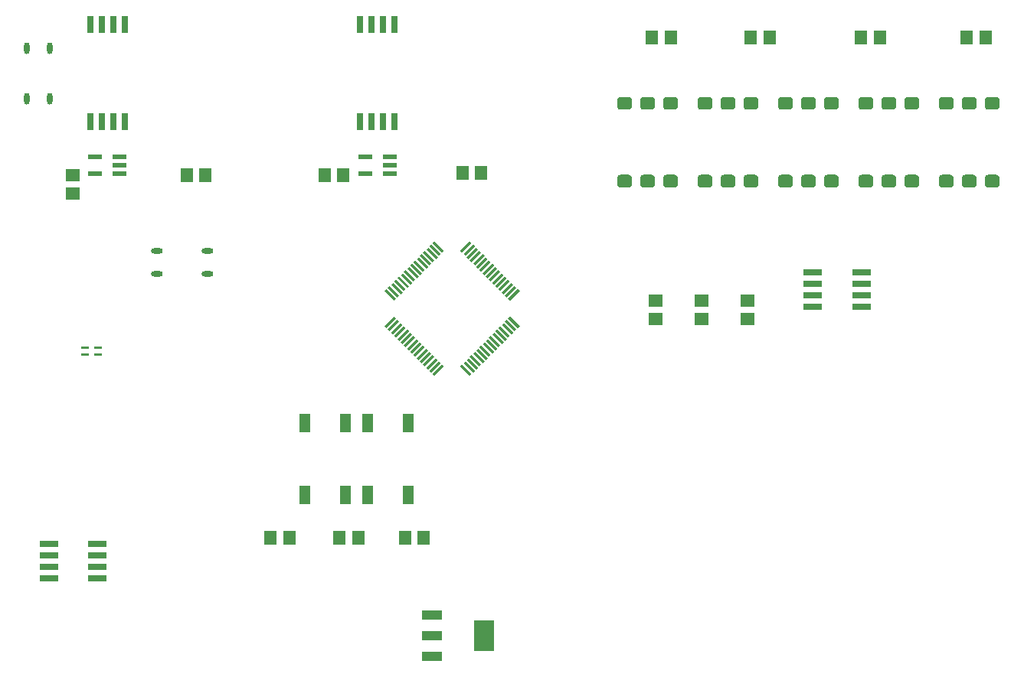
<source format=gbr>
G04 #@! TF.GenerationSoftware,KiCad,Pcbnew,5.0.2-bee76a0~70~ubuntu18.04.1*
G04 #@! TF.CreationDate,2019-01-12T17:32:51-05:00*
G04 #@! TF.ProjectId,Master_Board,4d617374-6572-45f4-926f-6172642e6b69,rev?*
G04 #@! TF.SameCoordinates,Original*
G04 #@! TF.FileFunction,Paste,Top*
G04 #@! TF.FilePolarity,Positive*
%FSLAX46Y46*%
G04 Gerber Fmt 4.6, Leading zero omitted, Abs format (unit mm)*
G04 Created by KiCad (PCBNEW 5.0.2-bee76a0~70~ubuntu18.04.1) date Sat 12 Jan 2019 05:32:51 PM EST*
%MOMM*%
%LPD*%
G01*
G04 APERTURE LIST*
%ADD10R,1.500000X1.400000*%
%ADD11C,0.100000*%
%ADD12C,0.250000*%
%ADD13R,1.300000X2.000000*%
%ADD14C,0.300000*%
%ADD15R,2.250000X1.000000*%
%ADD16R,2.250000X3.500000*%
%ADD17R,2.000000X0.750000*%
%ADD18C,1.400000*%
%ADD19O,1.300000X0.600000*%
%ADD20R,0.635000X1.905000*%
%ADD21R,1.500000X0.550000*%
%ADD22O,0.600000X1.300000*%
%ADD23R,1.400000X1.500000*%
G04 APERTURE END LIST*
D10*
G04 #@! TO.C,D201*
X184531000Y-90420691D03*
X184531000Y-92470691D03*
G04 #@! TD*
G04 #@! TO.C,D202*
X179451000Y-90420691D03*
X179451000Y-92470691D03*
G04 #@! TD*
G04 #@! TO.C,D203*
X174371000Y-90420691D03*
X174371000Y-92470691D03*
G04 #@! TD*
D11*
G04 #@! TO.C,FL1001*
G36*
X111657626Y-95512301D02*
X111663693Y-95513201D01*
X111669643Y-95514691D01*
X111675418Y-95516758D01*
X111680962Y-95519380D01*
X111686223Y-95522533D01*
X111691150Y-95526187D01*
X111695694Y-95530306D01*
X111699813Y-95534850D01*
X111703467Y-95539777D01*
X111706620Y-95545038D01*
X111709242Y-95550582D01*
X111711309Y-95556357D01*
X111712799Y-95562307D01*
X111713699Y-95568374D01*
X111714000Y-95574500D01*
X111714000Y-95699500D01*
X111713699Y-95705626D01*
X111712799Y-95711693D01*
X111711309Y-95717643D01*
X111709242Y-95723418D01*
X111706620Y-95728962D01*
X111703467Y-95734223D01*
X111699813Y-95739150D01*
X111695694Y-95743694D01*
X111691150Y-95747813D01*
X111686223Y-95751467D01*
X111680962Y-95754620D01*
X111675418Y-95757242D01*
X111669643Y-95759309D01*
X111663693Y-95760799D01*
X111657626Y-95761699D01*
X111651500Y-95762000D01*
X110926500Y-95762000D01*
X110920374Y-95761699D01*
X110914307Y-95760799D01*
X110908357Y-95759309D01*
X110902582Y-95757242D01*
X110897038Y-95754620D01*
X110891777Y-95751467D01*
X110886850Y-95747813D01*
X110882306Y-95743694D01*
X110878187Y-95739150D01*
X110874533Y-95734223D01*
X110871380Y-95728962D01*
X110868758Y-95723418D01*
X110866691Y-95717643D01*
X110865201Y-95711693D01*
X110864301Y-95705626D01*
X110864000Y-95699500D01*
X110864000Y-95574500D01*
X110864301Y-95568374D01*
X110865201Y-95562307D01*
X110866691Y-95556357D01*
X110868758Y-95550582D01*
X110871380Y-95545038D01*
X110874533Y-95539777D01*
X110878187Y-95534850D01*
X110882306Y-95530306D01*
X110886850Y-95526187D01*
X110891777Y-95522533D01*
X110897038Y-95519380D01*
X110902582Y-95516758D01*
X110908357Y-95514691D01*
X110914307Y-95513201D01*
X110920374Y-95512301D01*
X110926500Y-95512000D01*
X111651500Y-95512000D01*
X111657626Y-95512301D01*
X111657626Y-95512301D01*
G37*
D12*
X111289000Y-95637000D03*
D11*
G36*
X111657626Y-96262301D02*
X111663693Y-96263201D01*
X111669643Y-96264691D01*
X111675418Y-96266758D01*
X111680962Y-96269380D01*
X111686223Y-96272533D01*
X111691150Y-96276187D01*
X111695694Y-96280306D01*
X111699813Y-96284850D01*
X111703467Y-96289777D01*
X111706620Y-96295038D01*
X111709242Y-96300582D01*
X111711309Y-96306357D01*
X111712799Y-96312307D01*
X111713699Y-96318374D01*
X111714000Y-96324500D01*
X111714000Y-96449500D01*
X111713699Y-96455626D01*
X111712799Y-96461693D01*
X111711309Y-96467643D01*
X111709242Y-96473418D01*
X111706620Y-96478962D01*
X111703467Y-96484223D01*
X111699813Y-96489150D01*
X111695694Y-96493694D01*
X111691150Y-96497813D01*
X111686223Y-96501467D01*
X111680962Y-96504620D01*
X111675418Y-96507242D01*
X111669643Y-96509309D01*
X111663693Y-96510799D01*
X111657626Y-96511699D01*
X111651500Y-96512000D01*
X110926500Y-96512000D01*
X110920374Y-96511699D01*
X110914307Y-96510799D01*
X110908357Y-96509309D01*
X110902582Y-96507242D01*
X110897038Y-96504620D01*
X110891777Y-96501467D01*
X110886850Y-96497813D01*
X110882306Y-96493694D01*
X110878187Y-96489150D01*
X110874533Y-96484223D01*
X110871380Y-96478962D01*
X110868758Y-96473418D01*
X110866691Y-96467643D01*
X110865201Y-96461693D01*
X110864301Y-96455626D01*
X110864000Y-96449500D01*
X110864000Y-96324500D01*
X110864301Y-96318374D01*
X110865201Y-96312307D01*
X110866691Y-96306357D01*
X110868758Y-96300582D01*
X110871380Y-96295038D01*
X110874533Y-96289777D01*
X110878187Y-96284850D01*
X110882306Y-96280306D01*
X110886850Y-96276187D01*
X110891777Y-96272533D01*
X110897038Y-96269380D01*
X110902582Y-96266758D01*
X110908357Y-96264691D01*
X110914307Y-96263201D01*
X110920374Y-96262301D01*
X110926500Y-96262000D01*
X111651500Y-96262000D01*
X111657626Y-96262301D01*
X111657626Y-96262301D01*
G37*
D12*
X111289000Y-96387000D03*
D11*
G36*
X113107626Y-95512301D02*
X113113693Y-95513201D01*
X113119643Y-95514691D01*
X113125418Y-95516758D01*
X113130962Y-95519380D01*
X113136223Y-95522533D01*
X113141150Y-95526187D01*
X113145694Y-95530306D01*
X113149813Y-95534850D01*
X113153467Y-95539777D01*
X113156620Y-95545038D01*
X113159242Y-95550582D01*
X113161309Y-95556357D01*
X113162799Y-95562307D01*
X113163699Y-95568374D01*
X113164000Y-95574500D01*
X113164000Y-95699500D01*
X113163699Y-95705626D01*
X113162799Y-95711693D01*
X113161309Y-95717643D01*
X113159242Y-95723418D01*
X113156620Y-95728962D01*
X113153467Y-95734223D01*
X113149813Y-95739150D01*
X113145694Y-95743694D01*
X113141150Y-95747813D01*
X113136223Y-95751467D01*
X113130962Y-95754620D01*
X113125418Y-95757242D01*
X113119643Y-95759309D01*
X113113693Y-95760799D01*
X113107626Y-95761699D01*
X113101500Y-95762000D01*
X112376500Y-95762000D01*
X112370374Y-95761699D01*
X112364307Y-95760799D01*
X112358357Y-95759309D01*
X112352582Y-95757242D01*
X112347038Y-95754620D01*
X112341777Y-95751467D01*
X112336850Y-95747813D01*
X112332306Y-95743694D01*
X112328187Y-95739150D01*
X112324533Y-95734223D01*
X112321380Y-95728962D01*
X112318758Y-95723418D01*
X112316691Y-95717643D01*
X112315201Y-95711693D01*
X112314301Y-95705626D01*
X112314000Y-95699500D01*
X112314000Y-95574500D01*
X112314301Y-95568374D01*
X112315201Y-95562307D01*
X112316691Y-95556357D01*
X112318758Y-95550582D01*
X112321380Y-95545038D01*
X112324533Y-95539777D01*
X112328187Y-95534850D01*
X112332306Y-95530306D01*
X112336850Y-95526187D01*
X112341777Y-95522533D01*
X112347038Y-95519380D01*
X112352582Y-95516758D01*
X112358357Y-95514691D01*
X112364307Y-95513201D01*
X112370374Y-95512301D01*
X112376500Y-95512000D01*
X113101500Y-95512000D01*
X113107626Y-95512301D01*
X113107626Y-95512301D01*
G37*
D12*
X112739000Y-95637000D03*
D11*
G36*
X113107626Y-96262301D02*
X113113693Y-96263201D01*
X113119643Y-96264691D01*
X113125418Y-96266758D01*
X113130962Y-96269380D01*
X113136223Y-96272533D01*
X113141150Y-96276187D01*
X113145694Y-96280306D01*
X113149813Y-96284850D01*
X113153467Y-96289777D01*
X113156620Y-96295038D01*
X113159242Y-96300582D01*
X113161309Y-96306357D01*
X113162799Y-96312307D01*
X113163699Y-96318374D01*
X113164000Y-96324500D01*
X113164000Y-96449500D01*
X113163699Y-96455626D01*
X113162799Y-96461693D01*
X113161309Y-96467643D01*
X113159242Y-96473418D01*
X113156620Y-96478962D01*
X113153467Y-96484223D01*
X113149813Y-96489150D01*
X113145694Y-96493694D01*
X113141150Y-96497813D01*
X113136223Y-96501467D01*
X113130962Y-96504620D01*
X113125418Y-96507242D01*
X113119643Y-96509309D01*
X113113693Y-96510799D01*
X113107626Y-96511699D01*
X113101500Y-96512000D01*
X112376500Y-96512000D01*
X112370374Y-96511699D01*
X112364307Y-96510799D01*
X112358357Y-96509309D01*
X112352582Y-96507242D01*
X112347038Y-96504620D01*
X112341777Y-96501467D01*
X112336850Y-96497813D01*
X112332306Y-96493694D01*
X112328187Y-96489150D01*
X112324533Y-96484223D01*
X112321380Y-96478962D01*
X112318758Y-96473418D01*
X112316691Y-96467643D01*
X112315201Y-96461693D01*
X112314301Y-96455626D01*
X112314000Y-96449500D01*
X112314000Y-96324500D01*
X112314301Y-96318374D01*
X112315201Y-96312307D01*
X112316691Y-96306357D01*
X112318758Y-96300582D01*
X112321380Y-96295038D01*
X112324533Y-96289777D01*
X112328187Y-96284850D01*
X112332306Y-96280306D01*
X112336850Y-96276187D01*
X112341777Y-96272533D01*
X112347038Y-96269380D01*
X112352582Y-96266758D01*
X112358357Y-96264691D01*
X112364307Y-96263201D01*
X112370374Y-96262301D01*
X112376500Y-96262000D01*
X113101500Y-96262000D01*
X113107626Y-96262301D01*
X113107626Y-96262301D01*
G37*
D12*
X112739000Y-96387000D03*
G04 #@! TD*
D13*
G04 #@! TO.C,SW201*
X140068116Y-111944810D03*
X135568116Y-111944810D03*
X135568116Y-103944810D03*
X140068116Y-103944810D03*
G04 #@! TD*
G04 #@! TO.C,SW202*
X142535035Y-103944810D03*
X147035035Y-103944810D03*
X147035035Y-111944810D03*
X142535035Y-111944810D03*
G04 #@! TD*
D14*
G04 #@! TO.C,U201*
X158715580Y-92833280D03*
D11*
G36*
X159351976Y-93257544D02*
X159139844Y-93469676D01*
X158079184Y-92409016D01*
X158291316Y-92196884D01*
X159351976Y-93257544D01*
X159351976Y-93257544D01*
G37*
D14*
X158362027Y-93186833D03*
D11*
G36*
X158998423Y-93611097D02*
X158786291Y-93823229D01*
X157725631Y-92762569D01*
X157937763Y-92550437D01*
X158998423Y-93611097D01*
X158998423Y-93611097D01*
G37*
D14*
X158008474Y-93540386D03*
D11*
G36*
X158644870Y-93964650D02*
X158432738Y-94176782D01*
X157372078Y-93116122D01*
X157584210Y-92903990D01*
X158644870Y-93964650D01*
X158644870Y-93964650D01*
G37*
D14*
X157654920Y-93893940D03*
D11*
G36*
X158291316Y-94318204D02*
X158079184Y-94530336D01*
X157018524Y-93469676D01*
X157230656Y-93257544D01*
X158291316Y-94318204D01*
X158291316Y-94318204D01*
G37*
D14*
X157301367Y-94247493D03*
D11*
G36*
X157937763Y-94671757D02*
X157725631Y-94883889D01*
X156664971Y-93823229D01*
X156877103Y-93611097D01*
X157937763Y-94671757D01*
X157937763Y-94671757D01*
G37*
D14*
X156947813Y-94601047D03*
D11*
G36*
X157584209Y-95025311D02*
X157372077Y-95237443D01*
X156311417Y-94176783D01*
X156523549Y-93964651D01*
X157584209Y-95025311D01*
X157584209Y-95025311D01*
G37*
D14*
X156594260Y-94954600D03*
D11*
G36*
X157230656Y-95378864D02*
X157018524Y-95590996D01*
X155957864Y-94530336D01*
X156169996Y-94318204D01*
X157230656Y-95378864D01*
X157230656Y-95378864D01*
G37*
D14*
X156240707Y-95308153D03*
D11*
G36*
X156877103Y-95732417D02*
X156664971Y-95944549D01*
X155604311Y-94883889D01*
X155816443Y-94671757D01*
X156877103Y-95732417D01*
X156877103Y-95732417D01*
G37*
D14*
X155887153Y-95661707D03*
D11*
G36*
X156523549Y-96085971D02*
X156311417Y-96298103D01*
X155250757Y-95237443D01*
X155462889Y-95025311D01*
X156523549Y-96085971D01*
X156523549Y-96085971D01*
G37*
D14*
X155533600Y-96015260D03*
D11*
G36*
X156169996Y-96439524D02*
X155957864Y-96651656D01*
X154897204Y-95590996D01*
X155109336Y-95378864D01*
X156169996Y-96439524D01*
X156169996Y-96439524D01*
G37*
D14*
X155180047Y-96368813D03*
D11*
G36*
X155816443Y-96793077D02*
X155604311Y-97005209D01*
X154543651Y-95944549D01*
X154755783Y-95732417D01*
X155816443Y-96793077D01*
X155816443Y-96793077D01*
G37*
D14*
X154826493Y-96722367D03*
D11*
G36*
X155462889Y-97146631D02*
X155250757Y-97358763D01*
X154190097Y-96298103D01*
X154402229Y-96085971D01*
X155462889Y-97146631D01*
X155462889Y-97146631D01*
G37*
D14*
X154472940Y-97075920D03*
D11*
G36*
X155109336Y-97500184D02*
X154897204Y-97712316D01*
X153836544Y-96651656D01*
X154048676Y-96439524D01*
X155109336Y-97500184D01*
X155109336Y-97500184D01*
G37*
D14*
X154119386Y-97429474D03*
D11*
G36*
X154755782Y-97853738D02*
X154543650Y-98065870D01*
X153482990Y-97005210D01*
X153695122Y-96793078D01*
X154755782Y-97853738D01*
X154755782Y-97853738D01*
G37*
D14*
X153765833Y-97783027D03*
D11*
G36*
X154402229Y-98207291D02*
X154190097Y-98419423D01*
X153129437Y-97358763D01*
X153341569Y-97146631D01*
X154402229Y-98207291D01*
X154402229Y-98207291D01*
G37*
D14*
X153412280Y-98136580D03*
D11*
G36*
X154048676Y-98560844D02*
X153836544Y-98772976D01*
X152775884Y-97712316D01*
X152988016Y-97500184D01*
X154048676Y-98560844D01*
X154048676Y-98560844D01*
G37*
D14*
X145068420Y-89792720D03*
D11*
G36*
X145704816Y-90216984D02*
X145492684Y-90429116D01*
X144432024Y-89368456D01*
X144644156Y-89156324D01*
X145704816Y-90216984D01*
X145704816Y-90216984D01*
G37*
D14*
X145421973Y-89439167D03*
D11*
G36*
X146058369Y-89863431D02*
X145846237Y-90075563D01*
X144785577Y-89014903D01*
X144997709Y-88802771D01*
X146058369Y-89863431D01*
X146058369Y-89863431D01*
G37*
D14*
X145775526Y-89085614D03*
D11*
G36*
X146411922Y-89509878D02*
X146199790Y-89722010D01*
X145139130Y-88661350D01*
X145351262Y-88449218D01*
X146411922Y-89509878D01*
X146411922Y-89509878D01*
G37*
D14*
X146129080Y-88732060D03*
D11*
G36*
X146765476Y-89156324D02*
X146553344Y-89368456D01*
X145492684Y-88307796D01*
X145704816Y-88095664D01*
X146765476Y-89156324D01*
X146765476Y-89156324D01*
G37*
D14*
X146482633Y-88378507D03*
D11*
G36*
X147119029Y-88802771D02*
X146906897Y-89014903D01*
X145846237Y-87954243D01*
X146058369Y-87742111D01*
X147119029Y-88802771D01*
X147119029Y-88802771D01*
G37*
D14*
X146836187Y-88024953D03*
D11*
G36*
X147472583Y-88449217D02*
X147260451Y-88661349D01*
X146199791Y-87600689D01*
X146411923Y-87388557D01*
X147472583Y-88449217D01*
X147472583Y-88449217D01*
G37*
D14*
X147189740Y-87671400D03*
D11*
G36*
X147826136Y-88095664D02*
X147614004Y-88307796D01*
X146553344Y-87247136D01*
X146765476Y-87035004D01*
X147826136Y-88095664D01*
X147826136Y-88095664D01*
G37*
D14*
X147543293Y-87317847D03*
D11*
G36*
X148179689Y-87742111D02*
X147967557Y-87954243D01*
X146906897Y-86893583D01*
X147119029Y-86681451D01*
X148179689Y-87742111D01*
X148179689Y-87742111D01*
G37*
D14*
X147896847Y-86964293D03*
D11*
G36*
X148533243Y-87388557D02*
X148321111Y-87600689D01*
X147260451Y-86540029D01*
X147472583Y-86327897D01*
X148533243Y-87388557D01*
X148533243Y-87388557D01*
G37*
D14*
X148250400Y-86610740D03*
D11*
G36*
X148886796Y-87035004D02*
X148674664Y-87247136D01*
X147614004Y-86186476D01*
X147826136Y-85974344D01*
X148886796Y-87035004D01*
X148886796Y-87035004D01*
G37*
D14*
X148603953Y-86257187D03*
D11*
G36*
X149240349Y-86681451D02*
X149028217Y-86893583D01*
X147967557Y-85832923D01*
X148179689Y-85620791D01*
X149240349Y-86681451D01*
X149240349Y-86681451D01*
G37*
D14*
X148957507Y-85903633D03*
D11*
G36*
X149593903Y-86327897D02*
X149381771Y-86540029D01*
X148321111Y-85479369D01*
X148533243Y-85267237D01*
X149593903Y-86327897D01*
X149593903Y-86327897D01*
G37*
D14*
X149311060Y-85550080D03*
D11*
G36*
X149947456Y-85974344D02*
X149735324Y-86186476D01*
X148674664Y-85125816D01*
X148886796Y-84913684D01*
X149947456Y-85974344D01*
X149947456Y-85974344D01*
G37*
D14*
X149664614Y-85196526D03*
D11*
G36*
X150301010Y-85620790D02*
X150088878Y-85832922D01*
X149028218Y-84772262D01*
X149240350Y-84560130D01*
X150301010Y-85620790D01*
X150301010Y-85620790D01*
G37*
D14*
X150018167Y-84842973D03*
D11*
G36*
X150654563Y-85267237D02*
X150442431Y-85479369D01*
X149381771Y-84418709D01*
X149593903Y-84206577D01*
X150654563Y-85267237D01*
X150654563Y-85267237D01*
G37*
D14*
X150371720Y-84489420D03*
D11*
G36*
X151008116Y-84913684D02*
X150795984Y-85125816D01*
X149735324Y-84065156D01*
X149947456Y-83853024D01*
X151008116Y-84913684D01*
X151008116Y-84913684D01*
G37*
D14*
X145068420Y-92833280D03*
D11*
G36*
X145704816Y-92409016D02*
X144644156Y-93469676D01*
X144432024Y-93257544D01*
X145492684Y-92196884D01*
X145704816Y-92409016D01*
X145704816Y-92409016D01*
G37*
D14*
X150371720Y-98136580D03*
D11*
G36*
X151008116Y-97712316D02*
X149947456Y-98772976D01*
X149735324Y-98560844D01*
X150795984Y-97500184D01*
X151008116Y-97712316D01*
X151008116Y-97712316D01*
G37*
D14*
X150018167Y-97783027D03*
D11*
G36*
X150654563Y-97358763D02*
X149593903Y-98419423D01*
X149381771Y-98207291D01*
X150442431Y-97146631D01*
X150654563Y-97358763D01*
X150654563Y-97358763D01*
G37*
D14*
X149664614Y-97429474D03*
D11*
G36*
X150301010Y-97005210D02*
X149240350Y-98065870D01*
X149028218Y-97853738D01*
X150088878Y-96793078D01*
X150301010Y-97005210D01*
X150301010Y-97005210D01*
G37*
D14*
X149311060Y-97075920D03*
D11*
G36*
X149947456Y-96651656D02*
X148886796Y-97712316D01*
X148674664Y-97500184D01*
X149735324Y-96439524D01*
X149947456Y-96651656D01*
X149947456Y-96651656D01*
G37*
D14*
X148957507Y-96722367D03*
D11*
G36*
X149593903Y-96298103D02*
X148533243Y-97358763D01*
X148321111Y-97146631D01*
X149381771Y-96085971D01*
X149593903Y-96298103D01*
X149593903Y-96298103D01*
G37*
D14*
X148603953Y-96368813D03*
D11*
G36*
X149240349Y-95944549D02*
X148179689Y-97005209D01*
X147967557Y-96793077D01*
X149028217Y-95732417D01*
X149240349Y-95944549D01*
X149240349Y-95944549D01*
G37*
D14*
X148250400Y-96015260D03*
D11*
G36*
X148886796Y-95590996D02*
X147826136Y-96651656D01*
X147614004Y-96439524D01*
X148674664Y-95378864D01*
X148886796Y-95590996D01*
X148886796Y-95590996D01*
G37*
D14*
X147896847Y-95661707D03*
D11*
G36*
X148533243Y-95237443D02*
X147472583Y-96298103D01*
X147260451Y-96085971D01*
X148321111Y-95025311D01*
X148533243Y-95237443D01*
X148533243Y-95237443D01*
G37*
D14*
X147543293Y-95308153D03*
D11*
G36*
X148179689Y-94883889D02*
X147119029Y-95944549D01*
X146906897Y-95732417D01*
X147967557Y-94671757D01*
X148179689Y-94883889D01*
X148179689Y-94883889D01*
G37*
D14*
X147189740Y-94954600D03*
D11*
G36*
X147826136Y-94530336D02*
X146765476Y-95590996D01*
X146553344Y-95378864D01*
X147614004Y-94318204D01*
X147826136Y-94530336D01*
X147826136Y-94530336D01*
G37*
D14*
X146836187Y-94601047D03*
D11*
G36*
X147472583Y-94176783D02*
X146411923Y-95237443D01*
X146199791Y-95025311D01*
X147260451Y-93964651D01*
X147472583Y-94176783D01*
X147472583Y-94176783D01*
G37*
D14*
X146482633Y-94247493D03*
D11*
G36*
X147119029Y-93823229D02*
X146058369Y-94883889D01*
X145846237Y-94671757D01*
X146906897Y-93611097D01*
X147119029Y-93823229D01*
X147119029Y-93823229D01*
G37*
D14*
X146129080Y-93893940D03*
D11*
G36*
X146765476Y-93469676D02*
X145704816Y-94530336D01*
X145492684Y-94318204D01*
X146553344Y-93257544D01*
X146765476Y-93469676D01*
X146765476Y-93469676D01*
G37*
D14*
X145775526Y-93540386D03*
D11*
G36*
X146411922Y-93116122D02*
X145351262Y-94176782D01*
X145139130Y-93964650D01*
X146199790Y-92903990D01*
X146411922Y-93116122D01*
X146411922Y-93116122D01*
G37*
D14*
X145421973Y-93186833D03*
D11*
G36*
X146058369Y-92762569D02*
X144997709Y-93823229D01*
X144785577Y-93611097D01*
X145846237Y-92550437D01*
X146058369Y-92762569D01*
X146058369Y-92762569D01*
G37*
D14*
X153412280Y-84489420D03*
D11*
G36*
X154048676Y-84065156D02*
X152988016Y-85125816D01*
X152775884Y-84913684D01*
X153836544Y-83853024D01*
X154048676Y-84065156D01*
X154048676Y-84065156D01*
G37*
D14*
X153765833Y-84842973D03*
D11*
G36*
X154402229Y-84418709D02*
X153341569Y-85479369D01*
X153129437Y-85267237D01*
X154190097Y-84206577D01*
X154402229Y-84418709D01*
X154402229Y-84418709D01*
G37*
D14*
X154119386Y-85196526D03*
D11*
G36*
X154755782Y-84772262D02*
X153695122Y-85832922D01*
X153482990Y-85620790D01*
X154543650Y-84560130D01*
X154755782Y-84772262D01*
X154755782Y-84772262D01*
G37*
D14*
X154472940Y-85550080D03*
D11*
G36*
X155109336Y-85125816D02*
X154048676Y-86186476D01*
X153836544Y-85974344D01*
X154897204Y-84913684D01*
X155109336Y-85125816D01*
X155109336Y-85125816D01*
G37*
D14*
X154826493Y-85903633D03*
D11*
G36*
X155462889Y-85479369D02*
X154402229Y-86540029D01*
X154190097Y-86327897D01*
X155250757Y-85267237D01*
X155462889Y-85479369D01*
X155462889Y-85479369D01*
G37*
D14*
X155180047Y-86257187D03*
D11*
G36*
X155816443Y-85832923D02*
X154755783Y-86893583D01*
X154543651Y-86681451D01*
X155604311Y-85620791D01*
X155816443Y-85832923D01*
X155816443Y-85832923D01*
G37*
D14*
X155533600Y-86610740D03*
D11*
G36*
X156169996Y-86186476D02*
X155109336Y-87247136D01*
X154897204Y-87035004D01*
X155957864Y-85974344D01*
X156169996Y-86186476D01*
X156169996Y-86186476D01*
G37*
D14*
X155887153Y-86964293D03*
D11*
G36*
X156523549Y-86540029D02*
X155462889Y-87600689D01*
X155250757Y-87388557D01*
X156311417Y-86327897D01*
X156523549Y-86540029D01*
X156523549Y-86540029D01*
G37*
D14*
X156240707Y-87317847D03*
D11*
G36*
X156877103Y-86893583D02*
X155816443Y-87954243D01*
X155604311Y-87742111D01*
X156664971Y-86681451D01*
X156877103Y-86893583D01*
X156877103Y-86893583D01*
G37*
D14*
X156594260Y-87671400D03*
D11*
G36*
X157230656Y-87247136D02*
X156169996Y-88307796D01*
X155957864Y-88095664D01*
X157018524Y-87035004D01*
X157230656Y-87247136D01*
X157230656Y-87247136D01*
G37*
D14*
X156947813Y-88024953D03*
D11*
G36*
X157584209Y-87600689D02*
X156523549Y-88661349D01*
X156311417Y-88449217D01*
X157372077Y-87388557D01*
X157584209Y-87600689D01*
X157584209Y-87600689D01*
G37*
D14*
X157301367Y-88378507D03*
D11*
G36*
X157937763Y-87954243D02*
X156877103Y-89014903D01*
X156664971Y-88802771D01*
X157725631Y-87742111D01*
X157937763Y-87954243D01*
X157937763Y-87954243D01*
G37*
D14*
X157654920Y-88732060D03*
D11*
G36*
X158291316Y-88307796D02*
X157230656Y-89368456D01*
X157018524Y-89156324D01*
X158079184Y-88095664D01*
X158291316Y-88307796D01*
X158291316Y-88307796D01*
G37*
D14*
X158008474Y-89085614D03*
D11*
G36*
X158644870Y-88661350D02*
X157584210Y-89722010D01*
X157372078Y-89509878D01*
X158432738Y-88449218D01*
X158644870Y-88661350D01*
X158644870Y-88661350D01*
G37*
D14*
X158362027Y-89439167D03*
D11*
G36*
X158998423Y-89014903D02*
X157937763Y-90075563D01*
X157725631Y-89863431D01*
X158786291Y-88802771D01*
X158998423Y-89014903D01*
X158998423Y-89014903D01*
G37*
D14*
X158715580Y-89792720D03*
D11*
G36*
X159351976Y-89368456D02*
X158291316Y-90429116D01*
X158079184Y-90216984D01*
X159139844Y-89156324D01*
X159351976Y-89368456D01*
X159351976Y-89368456D01*
G37*
G04 #@! TD*
D15*
G04 #@! TO.C,U302*
X149627000Y-125208000D03*
D16*
X155427000Y-127508000D03*
D15*
X149627000Y-127508000D03*
X149627000Y-129808000D03*
G04 #@! TD*
D17*
G04 #@! TO.C,U401*
X191737000Y-87323184D03*
X191737000Y-88593184D03*
X191737000Y-89863184D03*
X191737000Y-91133184D03*
X197137000Y-87323184D03*
X197137000Y-88593184D03*
X197137000Y-89863184D03*
X197137000Y-91133184D03*
G04 #@! TD*
G04 #@! TO.C,U501*
X112682000Y-121158000D03*
X112682000Y-119888000D03*
X112682000Y-118618000D03*
X112682000Y-117348000D03*
X107282000Y-121158000D03*
X107282000Y-119888000D03*
X107282000Y-118618000D03*
X107282000Y-117348000D03*
G04 #@! TD*
D11*
G04 #@! TO.C,U601*
G36*
X176506306Y-67889685D02*
X176540282Y-67894725D01*
X176573600Y-67903071D01*
X176605939Y-67914642D01*
X176636989Y-67929328D01*
X176666450Y-67946986D01*
X176694038Y-67967446D01*
X176719487Y-67990513D01*
X176742554Y-68015962D01*
X176763014Y-68043550D01*
X176780672Y-68073011D01*
X176795358Y-68104061D01*
X176806929Y-68136400D01*
X176815275Y-68169718D01*
X176820315Y-68203694D01*
X176822000Y-68238000D01*
X176822000Y-68938000D01*
X176820315Y-68972306D01*
X176815275Y-69006282D01*
X176806929Y-69039600D01*
X176795358Y-69071939D01*
X176780672Y-69102989D01*
X176763014Y-69132450D01*
X176742554Y-69160038D01*
X176719487Y-69185487D01*
X176694038Y-69208554D01*
X176666450Y-69229014D01*
X176636989Y-69246672D01*
X176605939Y-69261358D01*
X176573600Y-69272929D01*
X176540282Y-69281275D01*
X176506306Y-69286315D01*
X176472000Y-69288000D01*
X175572000Y-69288000D01*
X175537694Y-69286315D01*
X175503718Y-69281275D01*
X175470400Y-69272929D01*
X175438061Y-69261358D01*
X175407011Y-69246672D01*
X175377550Y-69229014D01*
X175349962Y-69208554D01*
X175324513Y-69185487D01*
X175301446Y-69160038D01*
X175280986Y-69132450D01*
X175263328Y-69102989D01*
X175248642Y-69071939D01*
X175237071Y-69039600D01*
X175228725Y-69006282D01*
X175223685Y-68972306D01*
X175222000Y-68938000D01*
X175222000Y-68238000D01*
X175223685Y-68203694D01*
X175228725Y-68169718D01*
X175237071Y-68136400D01*
X175248642Y-68104061D01*
X175263328Y-68073011D01*
X175280986Y-68043550D01*
X175301446Y-68015962D01*
X175324513Y-67990513D01*
X175349962Y-67967446D01*
X175377550Y-67946986D01*
X175407011Y-67929328D01*
X175438061Y-67914642D01*
X175470400Y-67903071D01*
X175503718Y-67894725D01*
X175537694Y-67889685D01*
X175572000Y-67888000D01*
X176472000Y-67888000D01*
X176506306Y-67889685D01*
X176506306Y-67889685D01*
G37*
D18*
X176022000Y-68588000D03*
D11*
G36*
X173966306Y-67889685D02*
X174000282Y-67894725D01*
X174033600Y-67903071D01*
X174065939Y-67914642D01*
X174096989Y-67929328D01*
X174126450Y-67946986D01*
X174154038Y-67967446D01*
X174179487Y-67990513D01*
X174202554Y-68015962D01*
X174223014Y-68043550D01*
X174240672Y-68073011D01*
X174255358Y-68104061D01*
X174266929Y-68136400D01*
X174275275Y-68169718D01*
X174280315Y-68203694D01*
X174282000Y-68238000D01*
X174282000Y-68938000D01*
X174280315Y-68972306D01*
X174275275Y-69006282D01*
X174266929Y-69039600D01*
X174255358Y-69071939D01*
X174240672Y-69102989D01*
X174223014Y-69132450D01*
X174202554Y-69160038D01*
X174179487Y-69185487D01*
X174154038Y-69208554D01*
X174126450Y-69229014D01*
X174096989Y-69246672D01*
X174065939Y-69261358D01*
X174033600Y-69272929D01*
X174000282Y-69281275D01*
X173966306Y-69286315D01*
X173932000Y-69288000D01*
X173032000Y-69288000D01*
X172997694Y-69286315D01*
X172963718Y-69281275D01*
X172930400Y-69272929D01*
X172898061Y-69261358D01*
X172867011Y-69246672D01*
X172837550Y-69229014D01*
X172809962Y-69208554D01*
X172784513Y-69185487D01*
X172761446Y-69160038D01*
X172740986Y-69132450D01*
X172723328Y-69102989D01*
X172708642Y-69071939D01*
X172697071Y-69039600D01*
X172688725Y-69006282D01*
X172683685Y-68972306D01*
X172682000Y-68938000D01*
X172682000Y-68238000D01*
X172683685Y-68203694D01*
X172688725Y-68169718D01*
X172697071Y-68136400D01*
X172708642Y-68104061D01*
X172723328Y-68073011D01*
X172740986Y-68043550D01*
X172761446Y-68015962D01*
X172784513Y-67990513D01*
X172809962Y-67967446D01*
X172837550Y-67946986D01*
X172867011Y-67929328D01*
X172898061Y-67914642D01*
X172930400Y-67903071D01*
X172963718Y-67894725D01*
X172997694Y-67889685D01*
X173032000Y-67888000D01*
X173932000Y-67888000D01*
X173966306Y-67889685D01*
X173966306Y-67889685D01*
G37*
D18*
X173482000Y-68588000D03*
D11*
G36*
X171426306Y-67889685D02*
X171460282Y-67894725D01*
X171493600Y-67903071D01*
X171525939Y-67914642D01*
X171556989Y-67929328D01*
X171586450Y-67946986D01*
X171614038Y-67967446D01*
X171639487Y-67990513D01*
X171662554Y-68015962D01*
X171683014Y-68043550D01*
X171700672Y-68073011D01*
X171715358Y-68104061D01*
X171726929Y-68136400D01*
X171735275Y-68169718D01*
X171740315Y-68203694D01*
X171742000Y-68238000D01*
X171742000Y-68938000D01*
X171740315Y-68972306D01*
X171735275Y-69006282D01*
X171726929Y-69039600D01*
X171715358Y-69071939D01*
X171700672Y-69102989D01*
X171683014Y-69132450D01*
X171662554Y-69160038D01*
X171639487Y-69185487D01*
X171614038Y-69208554D01*
X171586450Y-69229014D01*
X171556989Y-69246672D01*
X171525939Y-69261358D01*
X171493600Y-69272929D01*
X171460282Y-69281275D01*
X171426306Y-69286315D01*
X171392000Y-69288000D01*
X170492000Y-69288000D01*
X170457694Y-69286315D01*
X170423718Y-69281275D01*
X170390400Y-69272929D01*
X170358061Y-69261358D01*
X170327011Y-69246672D01*
X170297550Y-69229014D01*
X170269962Y-69208554D01*
X170244513Y-69185487D01*
X170221446Y-69160038D01*
X170200986Y-69132450D01*
X170183328Y-69102989D01*
X170168642Y-69071939D01*
X170157071Y-69039600D01*
X170148725Y-69006282D01*
X170143685Y-68972306D01*
X170142000Y-68938000D01*
X170142000Y-68238000D01*
X170143685Y-68203694D01*
X170148725Y-68169718D01*
X170157071Y-68136400D01*
X170168642Y-68104061D01*
X170183328Y-68073011D01*
X170200986Y-68043550D01*
X170221446Y-68015962D01*
X170244513Y-67990513D01*
X170269962Y-67967446D01*
X170297550Y-67946986D01*
X170327011Y-67929328D01*
X170358061Y-67914642D01*
X170390400Y-67903071D01*
X170423718Y-67894725D01*
X170457694Y-67889685D01*
X170492000Y-67888000D01*
X171392000Y-67888000D01*
X171426306Y-67889685D01*
X171426306Y-67889685D01*
G37*
D18*
X170942000Y-68588000D03*
D11*
G36*
X176506306Y-76509685D02*
X176540282Y-76514725D01*
X176573600Y-76523071D01*
X176605939Y-76534642D01*
X176636989Y-76549328D01*
X176666450Y-76566986D01*
X176694038Y-76587446D01*
X176719487Y-76610513D01*
X176742554Y-76635962D01*
X176763014Y-76663550D01*
X176780672Y-76693011D01*
X176795358Y-76724061D01*
X176806929Y-76756400D01*
X176815275Y-76789718D01*
X176820315Y-76823694D01*
X176822000Y-76858000D01*
X176822000Y-77558000D01*
X176820315Y-77592306D01*
X176815275Y-77626282D01*
X176806929Y-77659600D01*
X176795358Y-77691939D01*
X176780672Y-77722989D01*
X176763014Y-77752450D01*
X176742554Y-77780038D01*
X176719487Y-77805487D01*
X176694038Y-77828554D01*
X176666450Y-77849014D01*
X176636989Y-77866672D01*
X176605939Y-77881358D01*
X176573600Y-77892929D01*
X176540282Y-77901275D01*
X176506306Y-77906315D01*
X176472000Y-77908000D01*
X175572000Y-77908000D01*
X175537694Y-77906315D01*
X175503718Y-77901275D01*
X175470400Y-77892929D01*
X175438061Y-77881358D01*
X175407011Y-77866672D01*
X175377550Y-77849014D01*
X175349962Y-77828554D01*
X175324513Y-77805487D01*
X175301446Y-77780038D01*
X175280986Y-77752450D01*
X175263328Y-77722989D01*
X175248642Y-77691939D01*
X175237071Y-77659600D01*
X175228725Y-77626282D01*
X175223685Y-77592306D01*
X175222000Y-77558000D01*
X175222000Y-76858000D01*
X175223685Y-76823694D01*
X175228725Y-76789718D01*
X175237071Y-76756400D01*
X175248642Y-76724061D01*
X175263328Y-76693011D01*
X175280986Y-76663550D01*
X175301446Y-76635962D01*
X175324513Y-76610513D01*
X175349962Y-76587446D01*
X175377550Y-76566986D01*
X175407011Y-76549328D01*
X175438061Y-76534642D01*
X175470400Y-76523071D01*
X175503718Y-76514725D01*
X175537694Y-76509685D01*
X175572000Y-76508000D01*
X176472000Y-76508000D01*
X176506306Y-76509685D01*
X176506306Y-76509685D01*
G37*
D18*
X176022000Y-77208000D03*
D11*
G36*
X173966306Y-76509685D02*
X174000282Y-76514725D01*
X174033600Y-76523071D01*
X174065939Y-76534642D01*
X174096989Y-76549328D01*
X174126450Y-76566986D01*
X174154038Y-76587446D01*
X174179487Y-76610513D01*
X174202554Y-76635962D01*
X174223014Y-76663550D01*
X174240672Y-76693011D01*
X174255358Y-76724061D01*
X174266929Y-76756400D01*
X174275275Y-76789718D01*
X174280315Y-76823694D01*
X174282000Y-76858000D01*
X174282000Y-77558000D01*
X174280315Y-77592306D01*
X174275275Y-77626282D01*
X174266929Y-77659600D01*
X174255358Y-77691939D01*
X174240672Y-77722989D01*
X174223014Y-77752450D01*
X174202554Y-77780038D01*
X174179487Y-77805487D01*
X174154038Y-77828554D01*
X174126450Y-77849014D01*
X174096989Y-77866672D01*
X174065939Y-77881358D01*
X174033600Y-77892929D01*
X174000282Y-77901275D01*
X173966306Y-77906315D01*
X173932000Y-77908000D01*
X173032000Y-77908000D01*
X172997694Y-77906315D01*
X172963718Y-77901275D01*
X172930400Y-77892929D01*
X172898061Y-77881358D01*
X172867011Y-77866672D01*
X172837550Y-77849014D01*
X172809962Y-77828554D01*
X172784513Y-77805487D01*
X172761446Y-77780038D01*
X172740986Y-77752450D01*
X172723328Y-77722989D01*
X172708642Y-77691939D01*
X172697071Y-77659600D01*
X172688725Y-77626282D01*
X172683685Y-77592306D01*
X172682000Y-77558000D01*
X172682000Y-76858000D01*
X172683685Y-76823694D01*
X172688725Y-76789718D01*
X172697071Y-76756400D01*
X172708642Y-76724061D01*
X172723328Y-76693011D01*
X172740986Y-76663550D01*
X172761446Y-76635962D01*
X172784513Y-76610513D01*
X172809962Y-76587446D01*
X172837550Y-76566986D01*
X172867011Y-76549328D01*
X172898061Y-76534642D01*
X172930400Y-76523071D01*
X172963718Y-76514725D01*
X172997694Y-76509685D01*
X173032000Y-76508000D01*
X173932000Y-76508000D01*
X173966306Y-76509685D01*
X173966306Y-76509685D01*
G37*
D18*
X173482000Y-77208000D03*
D11*
G36*
X171426306Y-76509685D02*
X171460282Y-76514725D01*
X171493600Y-76523071D01*
X171525939Y-76534642D01*
X171556989Y-76549328D01*
X171586450Y-76566986D01*
X171614038Y-76587446D01*
X171639487Y-76610513D01*
X171662554Y-76635962D01*
X171683014Y-76663550D01*
X171700672Y-76693011D01*
X171715358Y-76724061D01*
X171726929Y-76756400D01*
X171735275Y-76789718D01*
X171740315Y-76823694D01*
X171742000Y-76858000D01*
X171742000Y-77558000D01*
X171740315Y-77592306D01*
X171735275Y-77626282D01*
X171726929Y-77659600D01*
X171715358Y-77691939D01*
X171700672Y-77722989D01*
X171683014Y-77752450D01*
X171662554Y-77780038D01*
X171639487Y-77805487D01*
X171614038Y-77828554D01*
X171586450Y-77849014D01*
X171556989Y-77866672D01*
X171525939Y-77881358D01*
X171493600Y-77892929D01*
X171460282Y-77901275D01*
X171426306Y-77906315D01*
X171392000Y-77908000D01*
X170492000Y-77908000D01*
X170457694Y-77906315D01*
X170423718Y-77901275D01*
X170390400Y-77892929D01*
X170358061Y-77881358D01*
X170327011Y-77866672D01*
X170297550Y-77849014D01*
X170269962Y-77828554D01*
X170244513Y-77805487D01*
X170221446Y-77780038D01*
X170200986Y-77752450D01*
X170183328Y-77722989D01*
X170168642Y-77691939D01*
X170157071Y-77659600D01*
X170148725Y-77626282D01*
X170143685Y-77592306D01*
X170142000Y-77558000D01*
X170142000Y-76858000D01*
X170143685Y-76823694D01*
X170148725Y-76789718D01*
X170157071Y-76756400D01*
X170168642Y-76724061D01*
X170183328Y-76693011D01*
X170200986Y-76663550D01*
X170221446Y-76635962D01*
X170244513Y-76610513D01*
X170269962Y-76587446D01*
X170297550Y-76566986D01*
X170327011Y-76549328D01*
X170358061Y-76534642D01*
X170390400Y-76523071D01*
X170423718Y-76514725D01*
X170457694Y-76509685D01*
X170492000Y-76508000D01*
X171392000Y-76508000D01*
X171426306Y-76509685D01*
X171426306Y-76509685D01*
G37*
D18*
X170942000Y-77208000D03*
G04 #@! TD*
D11*
G04 #@! TO.C,U602*
G36*
X185396306Y-67889685D02*
X185430282Y-67894725D01*
X185463600Y-67903071D01*
X185495939Y-67914642D01*
X185526989Y-67929328D01*
X185556450Y-67946986D01*
X185584038Y-67967446D01*
X185609487Y-67990513D01*
X185632554Y-68015962D01*
X185653014Y-68043550D01*
X185670672Y-68073011D01*
X185685358Y-68104061D01*
X185696929Y-68136400D01*
X185705275Y-68169718D01*
X185710315Y-68203694D01*
X185712000Y-68238000D01*
X185712000Y-68938000D01*
X185710315Y-68972306D01*
X185705275Y-69006282D01*
X185696929Y-69039600D01*
X185685358Y-69071939D01*
X185670672Y-69102989D01*
X185653014Y-69132450D01*
X185632554Y-69160038D01*
X185609487Y-69185487D01*
X185584038Y-69208554D01*
X185556450Y-69229014D01*
X185526989Y-69246672D01*
X185495939Y-69261358D01*
X185463600Y-69272929D01*
X185430282Y-69281275D01*
X185396306Y-69286315D01*
X185362000Y-69288000D01*
X184462000Y-69288000D01*
X184427694Y-69286315D01*
X184393718Y-69281275D01*
X184360400Y-69272929D01*
X184328061Y-69261358D01*
X184297011Y-69246672D01*
X184267550Y-69229014D01*
X184239962Y-69208554D01*
X184214513Y-69185487D01*
X184191446Y-69160038D01*
X184170986Y-69132450D01*
X184153328Y-69102989D01*
X184138642Y-69071939D01*
X184127071Y-69039600D01*
X184118725Y-69006282D01*
X184113685Y-68972306D01*
X184112000Y-68938000D01*
X184112000Y-68238000D01*
X184113685Y-68203694D01*
X184118725Y-68169718D01*
X184127071Y-68136400D01*
X184138642Y-68104061D01*
X184153328Y-68073011D01*
X184170986Y-68043550D01*
X184191446Y-68015962D01*
X184214513Y-67990513D01*
X184239962Y-67967446D01*
X184267550Y-67946986D01*
X184297011Y-67929328D01*
X184328061Y-67914642D01*
X184360400Y-67903071D01*
X184393718Y-67894725D01*
X184427694Y-67889685D01*
X184462000Y-67888000D01*
X185362000Y-67888000D01*
X185396306Y-67889685D01*
X185396306Y-67889685D01*
G37*
D18*
X184912000Y-68588000D03*
D11*
G36*
X182856306Y-67889685D02*
X182890282Y-67894725D01*
X182923600Y-67903071D01*
X182955939Y-67914642D01*
X182986989Y-67929328D01*
X183016450Y-67946986D01*
X183044038Y-67967446D01*
X183069487Y-67990513D01*
X183092554Y-68015962D01*
X183113014Y-68043550D01*
X183130672Y-68073011D01*
X183145358Y-68104061D01*
X183156929Y-68136400D01*
X183165275Y-68169718D01*
X183170315Y-68203694D01*
X183172000Y-68238000D01*
X183172000Y-68938000D01*
X183170315Y-68972306D01*
X183165275Y-69006282D01*
X183156929Y-69039600D01*
X183145358Y-69071939D01*
X183130672Y-69102989D01*
X183113014Y-69132450D01*
X183092554Y-69160038D01*
X183069487Y-69185487D01*
X183044038Y-69208554D01*
X183016450Y-69229014D01*
X182986989Y-69246672D01*
X182955939Y-69261358D01*
X182923600Y-69272929D01*
X182890282Y-69281275D01*
X182856306Y-69286315D01*
X182822000Y-69288000D01*
X181922000Y-69288000D01*
X181887694Y-69286315D01*
X181853718Y-69281275D01*
X181820400Y-69272929D01*
X181788061Y-69261358D01*
X181757011Y-69246672D01*
X181727550Y-69229014D01*
X181699962Y-69208554D01*
X181674513Y-69185487D01*
X181651446Y-69160038D01*
X181630986Y-69132450D01*
X181613328Y-69102989D01*
X181598642Y-69071939D01*
X181587071Y-69039600D01*
X181578725Y-69006282D01*
X181573685Y-68972306D01*
X181572000Y-68938000D01*
X181572000Y-68238000D01*
X181573685Y-68203694D01*
X181578725Y-68169718D01*
X181587071Y-68136400D01*
X181598642Y-68104061D01*
X181613328Y-68073011D01*
X181630986Y-68043550D01*
X181651446Y-68015962D01*
X181674513Y-67990513D01*
X181699962Y-67967446D01*
X181727550Y-67946986D01*
X181757011Y-67929328D01*
X181788061Y-67914642D01*
X181820400Y-67903071D01*
X181853718Y-67894725D01*
X181887694Y-67889685D01*
X181922000Y-67888000D01*
X182822000Y-67888000D01*
X182856306Y-67889685D01*
X182856306Y-67889685D01*
G37*
D18*
X182372000Y-68588000D03*
D11*
G36*
X180316306Y-67889685D02*
X180350282Y-67894725D01*
X180383600Y-67903071D01*
X180415939Y-67914642D01*
X180446989Y-67929328D01*
X180476450Y-67946986D01*
X180504038Y-67967446D01*
X180529487Y-67990513D01*
X180552554Y-68015962D01*
X180573014Y-68043550D01*
X180590672Y-68073011D01*
X180605358Y-68104061D01*
X180616929Y-68136400D01*
X180625275Y-68169718D01*
X180630315Y-68203694D01*
X180632000Y-68238000D01*
X180632000Y-68938000D01*
X180630315Y-68972306D01*
X180625275Y-69006282D01*
X180616929Y-69039600D01*
X180605358Y-69071939D01*
X180590672Y-69102989D01*
X180573014Y-69132450D01*
X180552554Y-69160038D01*
X180529487Y-69185487D01*
X180504038Y-69208554D01*
X180476450Y-69229014D01*
X180446989Y-69246672D01*
X180415939Y-69261358D01*
X180383600Y-69272929D01*
X180350282Y-69281275D01*
X180316306Y-69286315D01*
X180282000Y-69288000D01*
X179382000Y-69288000D01*
X179347694Y-69286315D01*
X179313718Y-69281275D01*
X179280400Y-69272929D01*
X179248061Y-69261358D01*
X179217011Y-69246672D01*
X179187550Y-69229014D01*
X179159962Y-69208554D01*
X179134513Y-69185487D01*
X179111446Y-69160038D01*
X179090986Y-69132450D01*
X179073328Y-69102989D01*
X179058642Y-69071939D01*
X179047071Y-69039600D01*
X179038725Y-69006282D01*
X179033685Y-68972306D01*
X179032000Y-68938000D01*
X179032000Y-68238000D01*
X179033685Y-68203694D01*
X179038725Y-68169718D01*
X179047071Y-68136400D01*
X179058642Y-68104061D01*
X179073328Y-68073011D01*
X179090986Y-68043550D01*
X179111446Y-68015962D01*
X179134513Y-67990513D01*
X179159962Y-67967446D01*
X179187550Y-67946986D01*
X179217011Y-67929328D01*
X179248061Y-67914642D01*
X179280400Y-67903071D01*
X179313718Y-67894725D01*
X179347694Y-67889685D01*
X179382000Y-67888000D01*
X180282000Y-67888000D01*
X180316306Y-67889685D01*
X180316306Y-67889685D01*
G37*
D18*
X179832000Y-68588000D03*
D11*
G36*
X185396306Y-76509685D02*
X185430282Y-76514725D01*
X185463600Y-76523071D01*
X185495939Y-76534642D01*
X185526989Y-76549328D01*
X185556450Y-76566986D01*
X185584038Y-76587446D01*
X185609487Y-76610513D01*
X185632554Y-76635962D01*
X185653014Y-76663550D01*
X185670672Y-76693011D01*
X185685358Y-76724061D01*
X185696929Y-76756400D01*
X185705275Y-76789718D01*
X185710315Y-76823694D01*
X185712000Y-76858000D01*
X185712000Y-77558000D01*
X185710315Y-77592306D01*
X185705275Y-77626282D01*
X185696929Y-77659600D01*
X185685358Y-77691939D01*
X185670672Y-77722989D01*
X185653014Y-77752450D01*
X185632554Y-77780038D01*
X185609487Y-77805487D01*
X185584038Y-77828554D01*
X185556450Y-77849014D01*
X185526989Y-77866672D01*
X185495939Y-77881358D01*
X185463600Y-77892929D01*
X185430282Y-77901275D01*
X185396306Y-77906315D01*
X185362000Y-77908000D01*
X184462000Y-77908000D01*
X184427694Y-77906315D01*
X184393718Y-77901275D01*
X184360400Y-77892929D01*
X184328061Y-77881358D01*
X184297011Y-77866672D01*
X184267550Y-77849014D01*
X184239962Y-77828554D01*
X184214513Y-77805487D01*
X184191446Y-77780038D01*
X184170986Y-77752450D01*
X184153328Y-77722989D01*
X184138642Y-77691939D01*
X184127071Y-77659600D01*
X184118725Y-77626282D01*
X184113685Y-77592306D01*
X184112000Y-77558000D01*
X184112000Y-76858000D01*
X184113685Y-76823694D01*
X184118725Y-76789718D01*
X184127071Y-76756400D01*
X184138642Y-76724061D01*
X184153328Y-76693011D01*
X184170986Y-76663550D01*
X184191446Y-76635962D01*
X184214513Y-76610513D01*
X184239962Y-76587446D01*
X184267550Y-76566986D01*
X184297011Y-76549328D01*
X184328061Y-76534642D01*
X184360400Y-76523071D01*
X184393718Y-76514725D01*
X184427694Y-76509685D01*
X184462000Y-76508000D01*
X185362000Y-76508000D01*
X185396306Y-76509685D01*
X185396306Y-76509685D01*
G37*
D18*
X184912000Y-77208000D03*
D11*
G36*
X182856306Y-76509685D02*
X182890282Y-76514725D01*
X182923600Y-76523071D01*
X182955939Y-76534642D01*
X182986989Y-76549328D01*
X183016450Y-76566986D01*
X183044038Y-76587446D01*
X183069487Y-76610513D01*
X183092554Y-76635962D01*
X183113014Y-76663550D01*
X183130672Y-76693011D01*
X183145358Y-76724061D01*
X183156929Y-76756400D01*
X183165275Y-76789718D01*
X183170315Y-76823694D01*
X183172000Y-76858000D01*
X183172000Y-77558000D01*
X183170315Y-77592306D01*
X183165275Y-77626282D01*
X183156929Y-77659600D01*
X183145358Y-77691939D01*
X183130672Y-77722989D01*
X183113014Y-77752450D01*
X183092554Y-77780038D01*
X183069487Y-77805487D01*
X183044038Y-77828554D01*
X183016450Y-77849014D01*
X182986989Y-77866672D01*
X182955939Y-77881358D01*
X182923600Y-77892929D01*
X182890282Y-77901275D01*
X182856306Y-77906315D01*
X182822000Y-77908000D01*
X181922000Y-77908000D01*
X181887694Y-77906315D01*
X181853718Y-77901275D01*
X181820400Y-77892929D01*
X181788061Y-77881358D01*
X181757011Y-77866672D01*
X181727550Y-77849014D01*
X181699962Y-77828554D01*
X181674513Y-77805487D01*
X181651446Y-77780038D01*
X181630986Y-77752450D01*
X181613328Y-77722989D01*
X181598642Y-77691939D01*
X181587071Y-77659600D01*
X181578725Y-77626282D01*
X181573685Y-77592306D01*
X181572000Y-77558000D01*
X181572000Y-76858000D01*
X181573685Y-76823694D01*
X181578725Y-76789718D01*
X181587071Y-76756400D01*
X181598642Y-76724061D01*
X181613328Y-76693011D01*
X181630986Y-76663550D01*
X181651446Y-76635962D01*
X181674513Y-76610513D01*
X181699962Y-76587446D01*
X181727550Y-76566986D01*
X181757011Y-76549328D01*
X181788061Y-76534642D01*
X181820400Y-76523071D01*
X181853718Y-76514725D01*
X181887694Y-76509685D01*
X181922000Y-76508000D01*
X182822000Y-76508000D01*
X182856306Y-76509685D01*
X182856306Y-76509685D01*
G37*
D18*
X182372000Y-77208000D03*
D11*
G36*
X180316306Y-76509685D02*
X180350282Y-76514725D01*
X180383600Y-76523071D01*
X180415939Y-76534642D01*
X180446989Y-76549328D01*
X180476450Y-76566986D01*
X180504038Y-76587446D01*
X180529487Y-76610513D01*
X180552554Y-76635962D01*
X180573014Y-76663550D01*
X180590672Y-76693011D01*
X180605358Y-76724061D01*
X180616929Y-76756400D01*
X180625275Y-76789718D01*
X180630315Y-76823694D01*
X180632000Y-76858000D01*
X180632000Y-77558000D01*
X180630315Y-77592306D01*
X180625275Y-77626282D01*
X180616929Y-77659600D01*
X180605358Y-77691939D01*
X180590672Y-77722989D01*
X180573014Y-77752450D01*
X180552554Y-77780038D01*
X180529487Y-77805487D01*
X180504038Y-77828554D01*
X180476450Y-77849014D01*
X180446989Y-77866672D01*
X180415939Y-77881358D01*
X180383600Y-77892929D01*
X180350282Y-77901275D01*
X180316306Y-77906315D01*
X180282000Y-77908000D01*
X179382000Y-77908000D01*
X179347694Y-77906315D01*
X179313718Y-77901275D01*
X179280400Y-77892929D01*
X179248061Y-77881358D01*
X179217011Y-77866672D01*
X179187550Y-77849014D01*
X179159962Y-77828554D01*
X179134513Y-77805487D01*
X179111446Y-77780038D01*
X179090986Y-77752450D01*
X179073328Y-77722989D01*
X179058642Y-77691939D01*
X179047071Y-77659600D01*
X179038725Y-77626282D01*
X179033685Y-77592306D01*
X179032000Y-77558000D01*
X179032000Y-76858000D01*
X179033685Y-76823694D01*
X179038725Y-76789718D01*
X179047071Y-76756400D01*
X179058642Y-76724061D01*
X179073328Y-76693011D01*
X179090986Y-76663550D01*
X179111446Y-76635962D01*
X179134513Y-76610513D01*
X179159962Y-76587446D01*
X179187550Y-76566986D01*
X179217011Y-76549328D01*
X179248061Y-76534642D01*
X179280400Y-76523071D01*
X179313718Y-76514725D01*
X179347694Y-76509685D01*
X179382000Y-76508000D01*
X180282000Y-76508000D01*
X180316306Y-76509685D01*
X180316306Y-76509685D01*
G37*
D18*
X179832000Y-77208000D03*
G04 #@! TD*
D11*
G04 #@! TO.C,U603*
G36*
X203176306Y-67889685D02*
X203210282Y-67894725D01*
X203243600Y-67903071D01*
X203275939Y-67914642D01*
X203306989Y-67929328D01*
X203336450Y-67946986D01*
X203364038Y-67967446D01*
X203389487Y-67990513D01*
X203412554Y-68015962D01*
X203433014Y-68043550D01*
X203450672Y-68073011D01*
X203465358Y-68104061D01*
X203476929Y-68136400D01*
X203485275Y-68169718D01*
X203490315Y-68203694D01*
X203492000Y-68238000D01*
X203492000Y-68938000D01*
X203490315Y-68972306D01*
X203485275Y-69006282D01*
X203476929Y-69039600D01*
X203465358Y-69071939D01*
X203450672Y-69102989D01*
X203433014Y-69132450D01*
X203412554Y-69160038D01*
X203389487Y-69185487D01*
X203364038Y-69208554D01*
X203336450Y-69229014D01*
X203306989Y-69246672D01*
X203275939Y-69261358D01*
X203243600Y-69272929D01*
X203210282Y-69281275D01*
X203176306Y-69286315D01*
X203142000Y-69288000D01*
X202242000Y-69288000D01*
X202207694Y-69286315D01*
X202173718Y-69281275D01*
X202140400Y-69272929D01*
X202108061Y-69261358D01*
X202077011Y-69246672D01*
X202047550Y-69229014D01*
X202019962Y-69208554D01*
X201994513Y-69185487D01*
X201971446Y-69160038D01*
X201950986Y-69132450D01*
X201933328Y-69102989D01*
X201918642Y-69071939D01*
X201907071Y-69039600D01*
X201898725Y-69006282D01*
X201893685Y-68972306D01*
X201892000Y-68938000D01*
X201892000Y-68238000D01*
X201893685Y-68203694D01*
X201898725Y-68169718D01*
X201907071Y-68136400D01*
X201918642Y-68104061D01*
X201933328Y-68073011D01*
X201950986Y-68043550D01*
X201971446Y-68015962D01*
X201994513Y-67990513D01*
X202019962Y-67967446D01*
X202047550Y-67946986D01*
X202077011Y-67929328D01*
X202108061Y-67914642D01*
X202140400Y-67903071D01*
X202173718Y-67894725D01*
X202207694Y-67889685D01*
X202242000Y-67888000D01*
X203142000Y-67888000D01*
X203176306Y-67889685D01*
X203176306Y-67889685D01*
G37*
D18*
X202692000Y-68588000D03*
D11*
G36*
X200636306Y-67889685D02*
X200670282Y-67894725D01*
X200703600Y-67903071D01*
X200735939Y-67914642D01*
X200766989Y-67929328D01*
X200796450Y-67946986D01*
X200824038Y-67967446D01*
X200849487Y-67990513D01*
X200872554Y-68015962D01*
X200893014Y-68043550D01*
X200910672Y-68073011D01*
X200925358Y-68104061D01*
X200936929Y-68136400D01*
X200945275Y-68169718D01*
X200950315Y-68203694D01*
X200952000Y-68238000D01*
X200952000Y-68938000D01*
X200950315Y-68972306D01*
X200945275Y-69006282D01*
X200936929Y-69039600D01*
X200925358Y-69071939D01*
X200910672Y-69102989D01*
X200893014Y-69132450D01*
X200872554Y-69160038D01*
X200849487Y-69185487D01*
X200824038Y-69208554D01*
X200796450Y-69229014D01*
X200766989Y-69246672D01*
X200735939Y-69261358D01*
X200703600Y-69272929D01*
X200670282Y-69281275D01*
X200636306Y-69286315D01*
X200602000Y-69288000D01*
X199702000Y-69288000D01*
X199667694Y-69286315D01*
X199633718Y-69281275D01*
X199600400Y-69272929D01*
X199568061Y-69261358D01*
X199537011Y-69246672D01*
X199507550Y-69229014D01*
X199479962Y-69208554D01*
X199454513Y-69185487D01*
X199431446Y-69160038D01*
X199410986Y-69132450D01*
X199393328Y-69102989D01*
X199378642Y-69071939D01*
X199367071Y-69039600D01*
X199358725Y-69006282D01*
X199353685Y-68972306D01*
X199352000Y-68938000D01*
X199352000Y-68238000D01*
X199353685Y-68203694D01*
X199358725Y-68169718D01*
X199367071Y-68136400D01*
X199378642Y-68104061D01*
X199393328Y-68073011D01*
X199410986Y-68043550D01*
X199431446Y-68015962D01*
X199454513Y-67990513D01*
X199479962Y-67967446D01*
X199507550Y-67946986D01*
X199537011Y-67929328D01*
X199568061Y-67914642D01*
X199600400Y-67903071D01*
X199633718Y-67894725D01*
X199667694Y-67889685D01*
X199702000Y-67888000D01*
X200602000Y-67888000D01*
X200636306Y-67889685D01*
X200636306Y-67889685D01*
G37*
D18*
X200152000Y-68588000D03*
D11*
G36*
X198096306Y-67889685D02*
X198130282Y-67894725D01*
X198163600Y-67903071D01*
X198195939Y-67914642D01*
X198226989Y-67929328D01*
X198256450Y-67946986D01*
X198284038Y-67967446D01*
X198309487Y-67990513D01*
X198332554Y-68015962D01*
X198353014Y-68043550D01*
X198370672Y-68073011D01*
X198385358Y-68104061D01*
X198396929Y-68136400D01*
X198405275Y-68169718D01*
X198410315Y-68203694D01*
X198412000Y-68238000D01*
X198412000Y-68938000D01*
X198410315Y-68972306D01*
X198405275Y-69006282D01*
X198396929Y-69039600D01*
X198385358Y-69071939D01*
X198370672Y-69102989D01*
X198353014Y-69132450D01*
X198332554Y-69160038D01*
X198309487Y-69185487D01*
X198284038Y-69208554D01*
X198256450Y-69229014D01*
X198226989Y-69246672D01*
X198195939Y-69261358D01*
X198163600Y-69272929D01*
X198130282Y-69281275D01*
X198096306Y-69286315D01*
X198062000Y-69288000D01*
X197162000Y-69288000D01*
X197127694Y-69286315D01*
X197093718Y-69281275D01*
X197060400Y-69272929D01*
X197028061Y-69261358D01*
X196997011Y-69246672D01*
X196967550Y-69229014D01*
X196939962Y-69208554D01*
X196914513Y-69185487D01*
X196891446Y-69160038D01*
X196870986Y-69132450D01*
X196853328Y-69102989D01*
X196838642Y-69071939D01*
X196827071Y-69039600D01*
X196818725Y-69006282D01*
X196813685Y-68972306D01*
X196812000Y-68938000D01*
X196812000Y-68238000D01*
X196813685Y-68203694D01*
X196818725Y-68169718D01*
X196827071Y-68136400D01*
X196838642Y-68104061D01*
X196853328Y-68073011D01*
X196870986Y-68043550D01*
X196891446Y-68015962D01*
X196914513Y-67990513D01*
X196939962Y-67967446D01*
X196967550Y-67946986D01*
X196997011Y-67929328D01*
X197028061Y-67914642D01*
X197060400Y-67903071D01*
X197093718Y-67894725D01*
X197127694Y-67889685D01*
X197162000Y-67888000D01*
X198062000Y-67888000D01*
X198096306Y-67889685D01*
X198096306Y-67889685D01*
G37*
D18*
X197612000Y-68588000D03*
D11*
G36*
X203176306Y-76509685D02*
X203210282Y-76514725D01*
X203243600Y-76523071D01*
X203275939Y-76534642D01*
X203306989Y-76549328D01*
X203336450Y-76566986D01*
X203364038Y-76587446D01*
X203389487Y-76610513D01*
X203412554Y-76635962D01*
X203433014Y-76663550D01*
X203450672Y-76693011D01*
X203465358Y-76724061D01*
X203476929Y-76756400D01*
X203485275Y-76789718D01*
X203490315Y-76823694D01*
X203492000Y-76858000D01*
X203492000Y-77558000D01*
X203490315Y-77592306D01*
X203485275Y-77626282D01*
X203476929Y-77659600D01*
X203465358Y-77691939D01*
X203450672Y-77722989D01*
X203433014Y-77752450D01*
X203412554Y-77780038D01*
X203389487Y-77805487D01*
X203364038Y-77828554D01*
X203336450Y-77849014D01*
X203306989Y-77866672D01*
X203275939Y-77881358D01*
X203243600Y-77892929D01*
X203210282Y-77901275D01*
X203176306Y-77906315D01*
X203142000Y-77908000D01*
X202242000Y-77908000D01*
X202207694Y-77906315D01*
X202173718Y-77901275D01*
X202140400Y-77892929D01*
X202108061Y-77881358D01*
X202077011Y-77866672D01*
X202047550Y-77849014D01*
X202019962Y-77828554D01*
X201994513Y-77805487D01*
X201971446Y-77780038D01*
X201950986Y-77752450D01*
X201933328Y-77722989D01*
X201918642Y-77691939D01*
X201907071Y-77659600D01*
X201898725Y-77626282D01*
X201893685Y-77592306D01*
X201892000Y-77558000D01*
X201892000Y-76858000D01*
X201893685Y-76823694D01*
X201898725Y-76789718D01*
X201907071Y-76756400D01*
X201918642Y-76724061D01*
X201933328Y-76693011D01*
X201950986Y-76663550D01*
X201971446Y-76635962D01*
X201994513Y-76610513D01*
X202019962Y-76587446D01*
X202047550Y-76566986D01*
X202077011Y-76549328D01*
X202108061Y-76534642D01*
X202140400Y-76523071D01*
X202173718Y-76514725D01*
X202207694Y-76509685D01*
X202242000Y-76508000D01*
X203142000Y-76508000D01*
X203176306Y-76509685D01*
X203176306Y-76509685D01*
G37*
D18*
X202692000Y-77208000D03*
D11*
G36*
X200636306Y-76509685D02*
X200670282Y-76514725D01*
X200703600Y-76523071D01*
X200735939Y-76534642D01*
X200766989Y-76549328D01*
X200796450Y-76566986D01*
X200824038Y-76587446D01*
X200849487Y-76610513D01*
X200872554Y-76635962D01*
X200893014Y-76663550D01*
X200910672Y-76693011D01*
X200925358Y-76724061D01*
X200936929Y-76756400D01*
X200945275Y-76789718D01*
X200950315Y-76823694D01*
X200952000Y-76858000D01*
X200952000Y-77558000D01*
X200950315Y-77592306D01*
X200945275Y-77626282D01*
X200936929Y-77659600D01*
X200925358Y-77691939D01*
X200910672Y-77722989D01*
X200893014Y-77752450D01*
X200872554Y-77780038D01*
X200849487Y-77805487D01*
X200824038Y-77828554D01*
X200796450Y-77849014D01*
X200766989Y-77866672D01*
X200735939Y-77881358D01*
X200703600Y-77892929D01*
X200670282Y-77901275D01*
X200636306Y-77906315D01*
X200602000Y-77908000D01*
X199702000Y-77908000D01*
X199667694Y-77906315D01*
X199633718Y-77901275D01*
X199600400Y-77892929D01*
X199568061Y-77881358D01*
X199537011Y-77866672D01*
X199507550Y-77849014D01*
X199479962Y-77828554D01*
X199454513Y-77805487D01*
X199431446Y-77780038D01*
X199410986Y-77752450D01*
X199393328Y-77722989D01*
X199378642Y-77691939D01*
X199367071Y-77659600D01*
X199358725Y-77626282D01*
X199353685Y-77592306D01*
X199352000Y-77558000D01*
X199352000Y-76858000D01*
X199353685Y-76823694D01*
X199358725Y-76789718D01*
X199367071Y-76756400D01*
X199378642Y-76724061D01*
X199393328Y-76693011D01*
X199410986Y-76663550D01*
X199431446Y-76635962D01*
X199454513Y-76610513D01*
X199479962Y-76587446D01*
X199507550Y-76566986D01*
X199537011Y-76549328D01*
X199568061Y-76534642D01*
X199600400Y-76523071D01*
X199633718Y-76514725D01*
X199667694Y-76509685D01*
X199702000Y-76508000D01*
X200602000Y-76508000D01*
X200636306Y-76509685D01*
X200636306Y-76509685D01*
G37*
D18*
X200152000Y-77208000D03*
D11*
G36*
X198096306Y-76509685D02*
X198130282Y-76514725D01*
X198163600Y-76523071D01*
X198195939Y-76534642D01*
X198226989Y-76549328D01*
X198256450Y-76566986D01*
X198284038Y-76587446D01*
X198309487Y-76610513D01*
X198332554Y-76635962D01*
X198353014Y-76663550D01*
X198370672Y-76693011D01*
X198385358Y-76724061D01*
X198396929Y-76756400D01*
X198405275Y-76789718D01*
X198410315Y-76823694D01*
X198412000Y-76858000D01*
X198412000Y-77558000D01*
X198410315Y-77592306D01*
X198405275Y-77626282D01*
X198396929Y-77659600D01*
X198385358Y-77691939D01*
X198370672Y-77722989D01*
X198353014Y-77752450D01*
X198332554Y-77780038D01*
X198309487Y-77805487D01*
X198284038Y-77828554D01*
X198256450Y-77849014D01*
X198226989Y-77866672D01*
X198195939Y-77881358D01*
X198163600Y-77892929D01*
X198130282Y-77901275D01*
X198096306Y-77906315D01*
X198062000Y-77908000D01*
X197162000Y-77908000D01*
X197127694Y-77906315D01*
X197093718Y-77901275D01*
X197060400Y-77892929D01*
X197028061Y-77881358D01*
X196997011Y-77866672D01*
X196967550Y-77849014D01*
X196939962Y-77828554D01*
X196914513Y-77805487D01*
X196891446Y-77780038D01*
X196870986Y-77752450D01*
X196853328Y-77722989D01*
X196838642Y-77691939D01*
X196827071Y-77659600D01*
X196818725Y-77626282D01*
X196813685Y-77592306D01*
X196812000Y-77558000D01*
X196812000Y-76858000D01*
X196813685Y-76823694D01*
X196818725Y-76789718D01*
X196827071Y-76756400D01*
X196838642Y-76724061D01*
X196853328Y-76693011D01*
X196870986Y-76663550D01*
X196891446Y-76635962D01*
X196914513Y-76610513D01*
X196939962Y-76587446D01*
X196967550Y-76566986D01*
X196997011Y-76549328D01*
X197028061Y-76534642D01*
X197060400Y-76523071D01*
X197093718Y-76514725D01*
X197127694Y-76509685D01*
X197162000Y-76508000D01*
X198062000Y-76508000D01*
X198096306Y-76509685D01*
X198096306Y-76509685D01*
G37*
D18*
X197612000Y-77208000D03*
G04 #@! TD*
D11*
G04 #@! TO.C,U604*
G36*
X194286306Y-67889685D02*
X194320282Y-67894725D01*
X194353600Y-67903071D01*
X194385939Y-67914642D01*
X194416989Y-67929328D01*
X194446450Y-67946986D01*
X194474038Y-67967446D01*
X194499487Y-67990513D01*
X194522554Y-68015962D01*
X194543014Y-68043550D01*
X194560672Y-68073011D01*
X194575358Y-68104061D01*
X194586929Y-68136400D01*
X194595275Y-68169718D01*
X194600315Y-68203694D01*
X194602000Y-68238000D01*
X194602000Y-68938000D01*
X194600315Y-68972306D01*
X194595275Y-69006282D01*
X194586929Y-69039600D01*
X194575358Y-69071939D01*
X194560672Y-69102989D01*
X194543014Y-69132450D01*
X194522554Y-69160038D01*
X194499487Y-69185487D01*
X194474038Y-69208554D01*
X194446450Y-69229014D01*
X194416989Y-69246672D01*
X194385939Y-69261358D01*
X194353600Y-69272929D01*
X194320282Y-69281275D01*
X194286306Y-69286315D01*
X194252000Y-69288000D01*
X193352000Y-69288000D01*
X193317694Y-69286315D01*
X193283718Y-69281275D01*
X193250400Y-69272929D01*
X193218061Y-69261358D01*
X193187011Y-69246672D01*
X193157550Y-69229014D01*
X193129962Y-69208554D01*
X193104513Y-69185487D01*
X193081446Y-69160038D01*
X193060986Y-69132450D01*
X193043328Y-69102989D01*
X193028642Y-69071939D01*
X193017071Y-69039600D01*
X193008725Y-69006282D01*
X193003685Y-68972306D01*
X193002000Y-68938000D01*
X193002000Y-68238000D01*
X193003685Y-68203694D01*
X193008725Y-68169718D01*
X193017071Y-68136400D01*
X193028642Y-68104061D01*
X193043328Y-68073011D01*
X193060986Y-68043550D01*
X193081446Y-68015962D01*
X193104513Y-67990513D01*
X193129962Y-67967446D01*
X193157550Y-67946986D01*
X193187011Y-67929328D01*
X193218061Y-67914642D01*
X193250400Y-67903071D01*
X193283718Y-67894725D01*
X193317694Y-67889685D01*
X193352000Y-67888000D01*
X194252000Y-67888000D01*
X194286306Y-67889685D01*
X194286306Y-67889685D01*
G37*
D18*
X193802000Y-68588000D03*
D11*
G36*
X191746306Y-67889685D02*
X191780282Y-67894725D01*
X191813600Y-67903071D01*
X191845939Y-67914642D01*
X191876989Y-67929328D01*
X191906450Y-67946986D01*
X191934038Y-67967446D01*
X191959487Y-67990513D01*
X191982554Y-68015962D01*
X192003014Y-68043550D01*
X192020672Y-68073011D01*
X192035358Y-68104061D01*
X192046929Y-68136400D01*
X192055275Y-68169718D01*
X192060315Y-68203694D01*
X192062000Y-68238000D01*
X192062000Y-68938000D01*
X192060315Y-68972306D01*
X192055275Y-69006282D01*
X192046929Y-69039600D01*
X192035358Y-69071939D01*
X192020672Y-69102989D01*
X192003014Y-69132450D01*
X191982554Y-69160038D01*
X191959487Y-69185487D01*
X191934038Y-69208554D01*
X191906450Y-69229014D01*
X191876989Y-69246672D01*
X191845939Y-69261358D01*
X191813600Y-69272929D01*
X191780282Y-69281275D01*
X191746306Y-69286315D01*
X191712000Y-69288000D01*
X190812000Y-69288000D01*
X190777694Y-69286315D01*
X190743718Y-69281275D01*
X190710400Y-69272929D01*
X190678061Y-69261358D01*
X190647011Y-69246672D01*
X190617550Y-69229014D01*
X190589962Y-69208554D01*
X190564513Y-69185487D01*
X190541446Y-69160038D01*
X190520986Y-69132450D01*
X190503328Y-69102989D01*
X190488642Y-69071939D01*
X190477071Y-69039600D01*
X190468725Y-69006282D01*
X190463685Y-68972306D01*
X190462000Y-68938000D01*
X190462000Y-68238000D01*
X190463685Y-68203694D01*
X190468725Y-68169718D01*
X190477071Y-68136400D01*
X190488642Y-68104061D01*
X190503328Y-68073011D01*
X190520986Y-68043550D01*
X190541446Y-68015962D01*
X190564513Y-67990513D01*
X190589962Y-67967446D01*
X190617550Y-67946986D01*
X190647011Y-67929328D01*
X190678061Y-67914642D01*
X190710400Y-67903071D01*
X190743718Y-67894725D01*
X190777694Y-67889685D01*
X190812000Y-67888000D01*
X191712000Y-67888000D01*
X191746306Y-67889685D01*
X191746306Y-67889685D01*
G37*
D18*
X191262000Y-68588000D03*
D11*
G36*
X189206306Y-67889685D02*
X189240282Y-67894725D01*
X189273600Y-67903071D01*
X189305939Y-67914642D01*
X189336989Y-67929328D01*
X189366450Y-67946986D01*
X189394038Y-67967446D01*
X189419487Y-67990513D01*
X189442554Y-68015962D01*
X189463014Y-68043550D01*
X189480672Y-68073011D01*
X189495358Y-68104061D01*
X189506929Y-68136400D01*
X189515275Y-68169718D01*
X189520315Y-68203694D01*
X189522000Y-68238000D01*
X189522000Y-68938000D01*
X189520315Y-68972306D01*
X189515275Y-69006282D01*
X189506929Y-69039600D01*
X189495358Y-69071939D01*
X189480672Y-69102989D01*
X189463014Y-69132450D01*
X189442554Y-69160038D01*
X189419487Y-69185487D01*
X189394038Y-69208554D01*
X189366450Y-69229014D01*
X189336989Y-69246672D01*
X189305939Y-69261358D01*
X189273600Y-69272929D01*
X189240282Y-69281275D01*
X189206306Y-69286315D01*
X189172000Y-69288000D01*
X188272000Y-69288000D01*
X188237694Y-69286315D01*
X188203718Y-69281275D01*
X188170400Y-69272929D01*
X188138061Y-69261358D01*
X188107011Y-69246672D01*
X188077550Y-69229014D01*
X188049962Y-69208554D01*
X188024513Y-69185487D01*
X188001446Y-69160038D01*
X187980986Y-69132450D01*
X187963328Y-69102989D01*
X187948642Y-69071939D01*
X187937071Y-69039600D01*
X187928725Y-69006282D01*
X187923685Y-68972306D01*
X187922000Y-68938000D01*
X187922000Y-68238000D01*
X187923685Y-68203694D01*
X187928725Y-68169718D01*
X187937071Y-68136400D01*
X187948642Y-68104061D01*
X187963328Y-68073011D01*
X187980986Y-68043550D01*
X188001446Y-68015962D01*
X188024513Y-67990513D01*
X188049962Y-67967446D01*
X188077550Y-67946986D01*
X188107011Y-67929328D01*
X188138061Y-67914642D01*
X188170400Y-67903071D01*
X188203718Y-67894725D01*
X188237694Y-67889685D01*
X188272000Y-67888000D01*
X189172000Y-67888000D01*
X189206306Y-67889685D01*
X189206306Y-67889685D01*
G37*
D18*
X188722000Y-68588000D03*
D11*
G36*
X194286306Y-76509685D02*
X194320282Y-76514725D01*
X194353600Y-76523071D01*
X194385939Y-76534642D01*
X194416989Y-76549328D01*
X194446450Y-76566986D01*
X194474038Y-76587446D01*
X194499487Y-76610513D01*
X194522554Y-76635962D01*
X194543014Y-76663550D01*
X194560672Y-76693011D01*
X194575358Y-76724061D01*
X194586929Y-76756400D01*
X194595275Y-76789718D01*
X194600315Y-76823694D01*
X194602000Y-76858000D01*
X194602000Y-77558000D01*
X194600315Y-77592306D01*
X194595275Y-77626282D01*
X194586929Y-77659600D01*
X194575358Y-77691939D01*
X194560672Y-77722989D01*
X194543014Y-77752450D01*
X194522554Y-77780038D01*
X194499487Y-77805487D01*
X194474038Y-77828554D01*
X194446450Y-77849014D01*
X194416989Y-77866672D01*
X194385939Y-77881358D01*
X194353600Y-77892929D01*
X194320282Y-77901275D01*
X194286306Y-77906315D01*
X194252000Y-77908000D01*
X193352000Y-77908000D01*
X193317694Y-77906315D01*
X193283718Y-77901275D01*
X193250400Y-77892929D01*
X193218061Y-77881358D01*
X193187011Y-77866672D01*
X193157550Y-77849014D01*
X193129962Y-77828554D01*
X193104513Y-77805487D01*
X193081446Y-77780038D01*
X193060986Y-77752450D01*
X193043328Y-77722989D01*
X193028642Y-77691939D01*
X193017071Y-77659600D01*
X193008725Y-77626282D01*
X193003685Y-77592306D01*
X193002000Y-77558000D01*
X193002000Y-76858000D01*
X193003685Y-76823694D01*
X193008725Y-76789718D01*
X193017071Y-76756400D01*
X193028642Y-76724061D01*
X193043328Y-76693011D01*
X193060986Y-76663550D01*
X193081446Y-76635962D01*
X193104513Y-76610513D01*
X193129962Y-76587446D01*
X193157550Y-76566986D01*
X193187011Y-76549328D01*
X193218061Y-76534642D01*
X193250400Y-76523071D01*
X193283718Y-76514725D01*
X193317694Y-76509685D01*
X193352000Y-76508000D01*
X194252000Y-76508000D01*
X194286306Y-76509685D01*
X194286306Y-76509685D01*
G37*
D18*
X193802000Y-77208000D03*
D11*
G36*
X191746306Y-76509685D02*
X191780282Y-76514725D01*
X191813600Y-76523071D01*
X191845939Y-76534642D01*
X191876989Y-76549328D01*
X191906450Y-76566986D01*
X191934038Y-76587446D01*
X191959487Y-76610513D01*
X191982554Y-76635962D01*
X192003014Y-76663550D01*
X192020672Y-76693011D01*
X192035358Y-76724061D01*
X192046929Y-76756400D01*
X192055275Y-76789718D01*
X192060315Y-76823694D01*
X192062000Y-76858000D01*
X192062000Y-77558000D01*
X192060315Y-77592306D01*
X192055275Y-77626282D01*
X192046929Y-77659600D01*
X192035358Y-77691939D01*
X192020672Y-77722989D01*
X192003014Y-77752450D01*
X191982554Y-77780038D01*
X191959487Y-77805487D01*
X191934038Y-77828554D01*
X191906450Y-77849014D01*
X191876989Y-77866672D01*
X191845939Y-77881358D01*
X191813600Y-77892929D01*
X191780282Y-77901275D01*
X191746306Y-77906315D01*
X191712000Y-77908000D01*
X190812000Y-77908000D01*
X190777694Y-77906315D01*
X190743718Y-77901275D01*
X190710400Y-77892929D01*
X190678061Y-77881358D01*
X190647011Y-77866672D01*
X190617550Y-77849014D01*
X190589962Y-77828554D01*
X190564513Y-77805487D01*
X190541446Y-77780038D01*
X190520986Y-77752450D01*
X190503328Y-77722989D01*
X190488642Y-77691939D01*
X190477071Y-77659600D01*
X190468725Y-77626282D01*
X190463685Y-77592306D01*
X190462000Y-77558000D01*
X190462000Y-76858000D01*
X190463685Y-76823694D01*
X190468725Y-76789718D01*
X190477071Y-76756400D01*
X190488642Y-76724061D01*
X190503328Y-76693011D01*
X190520986Y-76663550D01*
X190541446Y-76635962D01*
X190564513Y-76610513D01*
X190589962Y-76587446D01*
X190617550Y-76566986D01*
X190647011Y-76549328D01*
X190678061Y-76534642D01*
X190710400Y-76523071D01*
X190743718Y-76514725D01*
X190777694Y-76509685D01*
X190812000Y-76508000D01*
X191712000Y-76508000D01*
X191746306Y-76509685D01*
X191746306Y-76509685D01*
G37*
D18*
X191262000Y-77208000D03*
D11*
G36*
X189206306Y-76509685D02*
X189240282Y-76514725D01*
X189273600Y-76523071D01*
X189305939Y-76534642D01*
X189336989Y-76549328D01*
X189366450Y-76566986D01*
X189394038Y-76587446D01*
X189419487Y-76610513D01*
X189442554Y-76635962D01*
X189463014Y-76663550D01*
X189480672Y-76693011D01*
X189495358Y-76724061D01*
X189506929Y-76756400D01*
X189515275Y-76789718D01*
X189520315Y-76823694D01*
X189522000Y-76858000D01*
X189522000Y-77558000D01*
X189520315Y-77592306D01*
X189515275Y-77626282D01*
X189506929Y-77659600D01*
X189495358Y-77691939D01*
X189480672Y-77722989D01*
X189463014Y-77752450D01*
X189442554Y-77780038D01*
X189419487Y-77805487D01*
X189394038Y-77828554D01*
X189366450Y-77849014D01*
X189336989Y-77866672D01*
X189305939Y-77881358D01*
X189273600Y-77892929D01*
X189240282Y-77901275D01*
X189206306Y-77906315D01*
X189172000Y-77908000D01*
X188272000Y-77908000D01*
X188237694Y-77906315D01*
X188203718Y-77901275D01*
X188170400Y-77892929D01*
X188138061Y-77881358D01*
X188107011Y-77866672D01*
X188077550Y-77849014D01*
X188049962Y-77828554D01*
X188024513Y-77805487D01*
X188001446Y-77780038D01*
X187980986Y-77752450D01*
X187963328Y-77722989D01*
X187948642Y-77691939D01*
X187937071Y-77659600D01*
X187928725Y-77626282D01*
X187923685Y-77592306D01*
X187922000Y-77558000D01*
X187922000Y-76858000D01*
X187923685Y-76823694D01*
X187928725Y-76789718D01*
X187937071Y-76756400D01*
X187948642Y-76724061D01*
X187963328Y-76693011D01*
X187980986Y-76663550D01*
X188001446Y-76635962D01*
X188024513Y-76610513D01*
X188049962Y-76587446D01*
X188077550Y-76566986D01*
X188107011Y-76549328D01*
X188138061Y-76534642D01*
X188170400Y-76523071D01*
X188203718Y-76514725D01*
X188237694Y-76509685D01*
X188272000Y-76508000D01*
X189172000Y-76508000D01*
X189206306Y-76509685D01*
X189206306Y-76509685D01*
G37*
D18*
X188722000Y-77208000D03*
G04 #@! TD*
D19*
G04 #@! TO.C,U606*
X124847000Y-84963000D03*
X124847000Y-87503000D03*
X119247000Y-87503000D03*
X119247000Y-84963000D03*
G04 #@! TD*
D20*
G04 #@! TO.C,U901*
X115697000Y-59905900D03*
X114427000Y-59905900D03*
X113157000Y-59905900D03*
X111887000Y-59905900D03*
X115697000Y-70650100D03*
X114427000Y-70650100D03*
X113157000Y-70650100D03*
X111887000Y-70650100D03*
G04 #@! TD*
G04 #@! TO.C,U903*
X145542000Y-59905900D03*
X144272000Y-59905900D03*
X143002000Y-59905900D03*
X141732000Y-59905900D03*
X145542000Y-70650100D03*
X144272000Y-70650100D03*
X143002000Y-70650100D03*
X141732000Y-70650100D03*
G04 #@! TD*
D21*
G04 #@! TO.C,U905*
X115142000Y-75438000D03*
X115142000Y-74488000D03*
X115142000Y-76388000D03*
X112442000Y-76388000D03*
X112442000Y-74488000D03*
G04 #@! TD*
G04 #@! TO.C,U906*
X144987000Y-75438000D03*
X144987000Y-74488000D03*
X144987000Y-76388000D03*
X142287000Y-76388000D03*
X142287000Y-74488000D03*
G04 #@! TD*
D22*
G04 #@! TO.C,U904*
X107442000Y-68078000D03*
X104902000Y-68078000D03*
X104902000Y-62478000D03*
X107442000Y-62478000D03*
G04 #@! TD*
D11*
G04 #@! TO.C,U605*
G36*
X212066306Y-67889685D02*
X212100282Y-67894725D01*
X212133600Y-67903071D01*
X212165939Y-67914642D01*
X212196989Y-67929328D01*
X212226450Y-67946986D01*
X212254038Y-67967446D01*
X212279487Y-67990513D01*
X212302554Y-68015962D01*
X212323014Y-68043550D01*
X212340672Y-68073011D01*
X212355358Y-68104061D01*
X212366929Y-68136400D01*
X212375275Y-68169718D01*
X212380315Y-68203694D01*
X212382000Y-68238000D01*
X212382000Y-68938000D01*
X212380315Y-68972306D01*
X212375275Y-69006282D01*
X212366929Y-69039600D01*
X212355358Y-69071939D01*
X212340672Y-69102989D01*
X212323014Y-69132450D01*
X212302554Y-69160038D01*
X212279487Y-69185487D01*
X212254038Y-69208554D01*
X212226450Y-69229014D01*
X212196989Y-69246672D01*
X212165939Y-69261358D01*
X212133600Y-69272929D01*
X212100282Y-69281275D01*
X212066306Y-69286315D01*
X212032000Y-69288000D01*
X211132000Y-69288000D01*
X211097694Y-69286315D01*
X211063718Y-69281275D01*
X211030400Y-69272929D01*
X210998061Y-69261358D01*
X210967011Y-69246672D01*
X210937550Y-69229014D01*
X210909962Y-69208554D01*
X210884513Y-69185487D01*
X210861446Y-69160038D01*
X210840986Y-69132450D01*
X210823328Y-69102989D01*
X210808642Y-69071939D01*
X210797071Y-69039600D01*
X210788725Y-69006282D01*
X210783685Y-68972306D01*
X210782000Y-68938000D01*
X210782000Y-68238000D01*
X210783685Y-68203694D01*
X210788725Y-68169718D01*
X210797071Y-68136400D01*
X210808642Y-68104061D01*
X210823328Y-68073011D01*
X210840986Y-68043550D01*
X210861446Y-68015962D01*
X210884513Y-67990513D01*
X210909962Y-67967446D01*
X210937550Y-67946986D01*
X210967011Y-67929328D01*
X210998061Y-67914642D01*
X211030400Y-67903071D01*
X211063718Y-67894725D01*
X211097694Y-67889685D01*
X211132000Y-67888000D01*
X212032000Y-67888000D01*
X212066306Y-67889685D01*
X212066306Y-67889685D01*
G37*
D18*
X211582000Y-68588000D03*
D11*
G36*
X209526306Y-67889685D02*
X209560282Y-67894725D01*
X209593600Y-67903071D01*
X209625939Y-67914642D01*
X209656989Y-67929328D01*
X209686450Y-67946986D01*
X209714038Y-67967446D01*
X209739487Y-67990513D01*
X209762554Y-68015962D01*
X209783014Y-68043550D01*
X209800672Y-68073011D01*
X209815358Y-68104061D01*
X209826929Y-68136400D01*
X209835275Y-68169718D01*
X209840315Y-68203694D01*
X209842000Y-68238000D01*
X209842000Y-68938000D01*
X209840315Y-68972306D01*
X209835275Y-69006282D01*
X209826929Y-69039600D01*
X209815358Y-69071939D01*
X209800672Y-69102989D01*
X209783014Y-69132450D01*
X209762554Y-69160038D01*
X209739487Y-69185487D01*
X209714038Y-69208554D01*
X209686450Y-69229014D01*
X209656989Y-69246672D01*
X209625939Y-69261358D01*
X209593600Y-69272929D01*
X209560282Y-69281275D01*
X209526306Y-69286315D01*
X209492000Y-69288000D01*
X208592000Y-69288000D01*
X208557694Y-69286315D01*
X208523718Y-69281275D01*
X208490400Y-69272929D01*
X208458061Y-69261358D01*
X208427011Y-69246672D01*
X208397550Y-69229014D01*
X208369962Y-69208554D01*
X208344513Y-69185487D01*
X208321446Y-69160038D01*
X208300986Y-69132450D01*
X208283328Y-69102989D01*
X208268642Y-69071939D01*
X208257071Y-69039600D01*
X208248725Y-69006282D01*
X208243685Y-68972306D01*
X208242000Y-68938000D01*
X208242000Y-68238000D01*
X208243685Y-68203694D01*
X208248725Y-68169718D01*
X208257071Y-68136400D01*
X208268642Y-68104061D01*
X208283328Y-68073011D01*
X208300986Y-68043550D01*
X208321446Y-68015962D01*
X208344513Y-67990513D01*
X208369962Y-67967446D01*
X208397550Y-67946986D01*
X208427011Y-67929328D01*
X208458061Y-67914642D01*
X208490400Y-67903071D01*
X208523718Y-67894725D01*
X208557694Y-67889685D01*
X208592000Y-67888000D01*
X209492000Y-67888000D01*
X209526306Y-67889685D01*
X209526306Y-67889685D01*
G37*
D18*
X209042000Y-68588000D03*
D11*
G36*
X206986306Y-67889685D02*
X207020282Y-67894725D01*
X207053600Y-67903071D01*
X207085939Y-67914642D01*
X207116989Y-67929328D01*
X207146450Y-67946986D01*
X207174038Y-67967446D01*
X207199487Y-67990513D01*
X207222554Y-68015962D01*
X207243014Y-68043550D01*
X207260672Y-68073011D01*
X207275358Y-68104061D01*
X207286929Y-68136400D01*
X207295275Y-68169718D01*
X207300315Y-68203694D01*
X207302000Y-68238000D01*
X207302000Y-68938000D01*
X207300315Y-68972306D01*
X207295275Y-69006282D01*
X207286929Y-69039600D01*
X207275358Y-69071939D01*
X207260672Y-69102989D01*
X207243014Y-69132450D01*
X207222554Y-69160038D01*
X207199487Y-69185487D01*
X207174038Y-69208554D01*
X207146450Y-69229014D01*
X207116989Y-69246672D01*
X207085939Y-69261358D01*
X207053600Y-69272929D01*
X207020282Y-69281275D01*
X206986306Y-69286315D01*
X206952000Y-69288000D01*
X206052000Y-69288000D01*
X206017694Y-69286315D01*
X205983718Y-69281275D01*
X205950400Y-69272929D01*
X205918061Y-69261358D01*
X205887011Y-69246672D01*
X205857550Y-69229014D01*
X205829962Y-69208554D01*
X205804513Y-69185487D01*
X205781446Y-69160038D01*
X205760986Y-69132450D01*
X205743328Y-69102989D01*
X205728642Y-69071939D01*
X205717071Y-69039600D01*
X205708725Y-69006282D01*
X205703685Y-68972306D01*
X205702000Y-68938000D01*
X205702000Y-68238000D01*
X205703685Y-68203694D01*
X205708725Y-68169718D01*
X205717071Y-68136400D01*
X205728642Y-68104061D01*
X205743328Y-68073011D01*
X205760986Y-68043550D01*
X205781446Y-68015962D01*
X205804513Y-67990513D01*
X205829962Y-67967446D01*
X205857550Y-67946986D01*
X205887011Y-67929328D01*
X205918061Y-67914642D01*
X205950400Y-67903071D01*
X205983718Y-67894725D01*
X206017694Y-67889685D01*
X206052000Y-67888000D01*
X206952000Y-67888000D01*
X206986306Y-67889685D01*
X206986306Y-67889685D01*
G37*
D18*
X206502000Y-68588000D03*
D11*
G36*
X212066306Y-76509685D02*
X212100282Y-76514725D01*
X212133600Y-76523071D01*
X212165939Y-76534642D01*
X212196989Y-76549328D01*
X212226450Y-76566986D01*
X212254038Y-76587446D01*
X212279487Y-76610513D01*
X212302554Y-76635962D01*
X212323014Y-76663550D01*
X212340672Y-76693011D01*
X212355358Y-76724061D01*
X212366929Y-76756400D01*
X212375275Y-76789718D01*
X212380315Y-76823694D01*
X212382000Y-76858000D01*
X212382000Y-77558000D01*
X212380315Y-77592306D01*
X212375275Y-77626282D01*
X212366929Y-77659600D01*
X212355358Y-77691939D01*
X212340672Y-77722989D01*
X212323014Y-77752450D01*
X212302554Y-77780038D01*
X212279487Y-77805487D01*
X212254038Y-77828554D01*
X212226450Y-77849014D01*
X212196989Y-77866672D01*
X212165939Y-77881358D01*
X212133600Y-77892929D01*
X212100282Y-77901275D01*
X212066306Y-77906315D01*
X212032000Y-77908000D01*
X211132000Y-77908000D01*
X211097694Y-77906315D01*
X211063718Y-77901275D01*
X211030400Y-77892929D01*
X210998061Y-77881358D01*
X210967011Y-77866672D01*
X210937550Y-77849014D01*
X210909962Y-77828554D01*
X210884513Y-77805487D01*
X210861446Y-77780038D01*
X210840986Y-77752450D01*
X210823328Y-77722989D01*
X210808642Y-77691939D01*
X210797071Y-77659600D01*
X210788725Y-77626282D01*
X210783685Y-77592306D01*
X210782000Y-77558000D01*
X210782000Y-76858000D01*
X210783685Y-76823694D01*
X210788725Y-76789718D01*
X210797071Y-76756400D01*
X210808642Y-76724061D01*
X210823328Y-76693011D01*
X210840986Y-76663550D01*
X210861446Y-76635962D01*
X210884513Y-76610513D01*
X210909962Y-76587446D01*
X210937550Y-76566986D01*
X210967011Y-76549328D01*
X210998061Y-76534642D01*
X211030400Y-76523071D01*
X211063718Y-76514725D01*
X211097694Y-76509685D01*
X211132000Y-76508000D01*
X212032000Y-76508000D01*
X212066306Y-76509685D01*
X212066306Y-76509685D01*
G37*
D18*
X211582000Y-77208000D03*
D11*
G36*
X209526306Y-76509685D02*
X209560282Y-76514725D01*
X209593600Y-76523071D01*
X209625939Y-76534642D01*
X209656989Y-76549328D01*
X209686450Y-76566986D01*
X209714038Y-76587446D01*
X209739487Y-76610513D01*
X209762554Y-76635962D01*
X209783014Y-76663550D01*
X209800672Y-76693011D01*
X209815358Y-76724061D01*
X209826929Y-76756400D01*
X209835275Y-76789718D01*
X209840315Y-76823694D01*
X209842000Y-76858000D01*
X209842000Y-77558000D01*
X209840315Y-77592306D01*
X209835275Y-77626282D01*
X209826929Y-77659600D01*
X209815358Y-77691939D01*
X209800672Y-77722989D01*
X209783014Y-77752450D01*
X209762554Y-77780038D01*
X209739487Y-77805487D01*
X209714038Y-77828554D01*
X209686450Y-77849014D01*
X209656989Y-77866672D01*
X209625939Y-77881358D01*
X209593600Y-77892929D01*
X209560282Y-77901275D01*
X209526306Y-77906315D01*
X209492000Y-77908000D01*
X208592000Y-77908000D01*
X208557694Y-77906315D01*
X208523718Y-77901275D01*
X208490400Y-77892929D01*
X208458061Y-77881358D01*
X208427011Y-77866672D01*
X208397550Y-77849014D01*
X208369962Y-77828554D01*
X208344513Y-77805487D01*
X208321446Y-77780038D01*
X208300986Y-77752450D01*
X208283328Y-77722989D01*
X208268642Y-77691939D01*
X208257071Y-77659600D01*
X208248725Y-77626282D01*
X208243685Y-77592306D01*
X208242000Y-77558000D01*
X208242000Y-76858000D01*
X208243685Y-76823694D01*
X208248725Y-76789718D01*
X208257071Y-76756400D01*
X208268642Y-76724061D01*
X208283328Y-76693011D01*
X208300986Y-76663550D01*
X208321446Y-76635962D01*
X208344513Y-76610513D01*
X208369962Y-76587446D01*
X208397550Y-76566986D01*
X208427011Y-76549328D01*
X208458061Y-76534642D01*
X208490400Y-76523071D01*
X208523718Y-76514725D01*
X208557694Y-76509685D01*
X208592000Y-76508000D01*
X209492000Y-76508000D01*
X209526306Y-76509685D01*
X209526306Y-76509685D01*
G37*
D18*
X209042000Y-77208000D03*
D11*
G36*
X206986306Y-76509685D02*
X207020282Y-76514725D01*
X207053600Y-76523071D01*
X207085939Y-76534642D01*
X207116989Y-76549328D01*
X207146450Y-76566986D01*
X207174038Y-76587446D01*
X207199487Y-76610513D01*
X207222554Y-76635962D01*
X207243014Y-76663550D01*
X207260672Y-76693011D01*
X207275358Y-76724061D01*
X207286929Y-76756400D01*
X207295275Y-76789718D01*
X207300315Y-76823694D01*
X207302000Y-76858000D01*
X207302000Y-77558000D01*
X207300315Y-77592306D01*
X207295275Y-77626282D01*
X207286929Y-77659600D01*
X207275358Y-77691939D01*
X207260672Y-77722989D01*
X207243014Y-77752450D01*
X207222554Y-77780038D01*
X207199487Y-77805487D01*
X207174038Y-77828554D01*
X207146450Y-77849014D01*
X207116989Y-77866672D01*
X207085939Y-77881358D01*
X207053600Y-77892929D01*
X207020282Y-77901275D01*
X206986306Y-77906315D01*
X206952000Y-77908000D01*
X206052000Y-77908000D01*
X206017694Y-77906315D01*
X205983718Y-77901275D01*
X205950400Y-77892929D01*
X205918061Y-77881358D01*
X205887011Y-77866672D01*
X205857550Y-77849014D01*
X205829962Y-77828554D01*
X205804513Y-77805487D01*
X205781446Y-77780038D01*
X205760986Y-77752450D01*
X205743328Y-77722989D01*
X205728642Y-77691939D01*
X205717071Y-77659600D01*
X205708725Y-77626282D01*
X205703685Y-77592306D01*
X205702000Y-77558000D01*
X205702000Y-76858000D01*
X205703685Y-76823694D01*
X205708725Y-76789718D01*
X205717071Y-76756400D01*
X205728642Y-76724061D01*
X205743328Y-76693011D01*
X205760986Y-76663550D01*
X205781446Y-76635962D01*
X205804513Y-76610513D01*
X205829962Y-76587446D01*
X205857550Y-76566986D01*
X205887011Y-76549328D01*
X205918061Y-76534642D01*
X205950400Y-76523071D01*
X205983718Y-76514725D01*
X206017694Y-76509685D01*
X206052000Y-76508000D01*
X206952000Y-76508000D01*
X206986306Y-76509685D01*
X206986306Y-76509685D01*
G37*
D18*
X206502000Y-77208000D03*
G04 #@! TD*
D23*
G04 #@! TO.C,D602*
X199154000Y-61288184D03*
X197104000Y-61288184D03*
G04 #@! TD*
G04 #@! TO.C,D603*
X186962000Y-61288184D03*
X184912000Y-61288184D03*
G04 #@! TD*
G04 #@! TO.C,D604*
X210838000Y-61288184D03*
X208788000Y-61288184D03*
G04 #@! TD*
G04 #@! TO.C,D301*
X133876000Y-116660184D03*
X131826000Y-116660184D03*
G04 #@! TD*
G04 #@! TO.C,D302*
X141496000Y-116660184D03*
X139446000Y-116660184D03*
G04 #@! TD*
G04 #@! TO.C,D303*
X146667000Y-116713000D03*
X148717000Y-116713000D03*
G04 #@! TD*
G04 #@! TO.C,D601*
X173990000Y-61288184D03*
X176040000Y-61288184D03*
G04 #@! TD*
G04 #@! TO.C,D705*
X155067000Y-76274184D03*
X153017000Y-76274184D03*
G04 #@! TD*
G04 #@! TO.C,D706*
X122537000Y-76528184D03*
X124587000Y-76528184D03*
G04 #@! TD*
G04 #@! TO.C,C916*
X139827000Y-76528184D03*
X137777000Y-76528184D03*
G04 #@! TD*
D10*
G04 #@! TO.C,C917*
X109982000Y-78578184D03*
X109982000Y-76528184D03*
G04 #@! TD*
M02*

</source>
